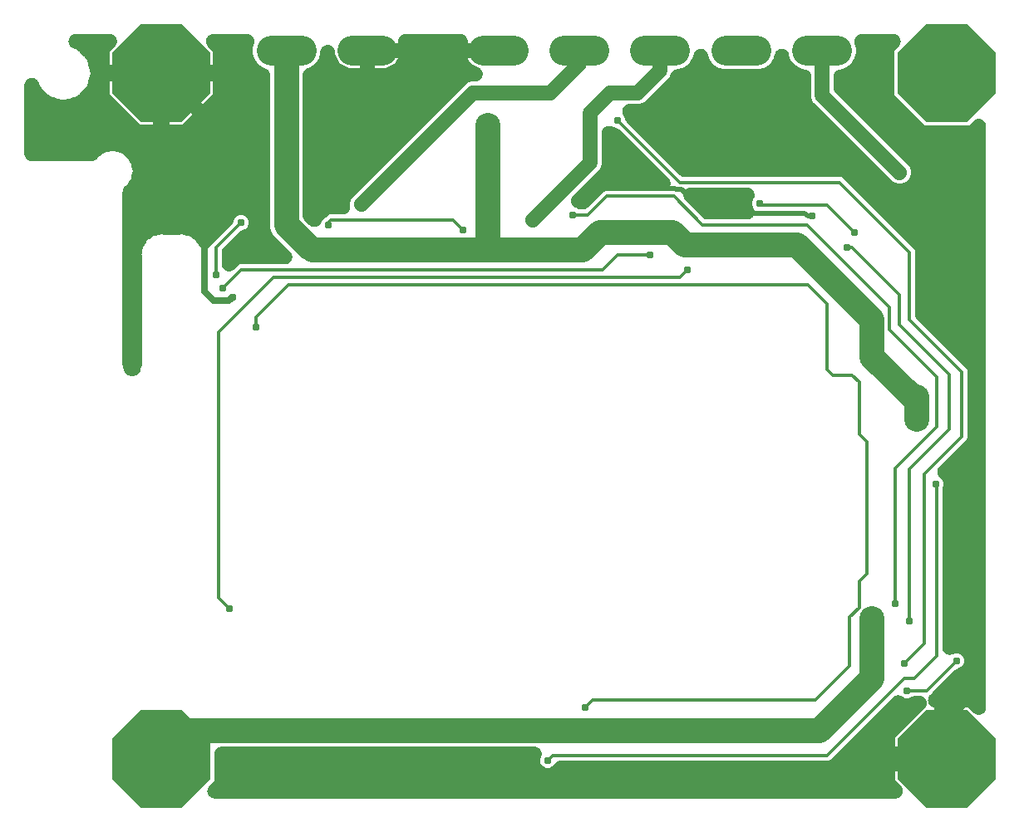
<source format=gbr>
G04 EAGLE Gerber RS-274X export*
G75*
%MOMM*%
%FSLAX34Y34*%
%LPD*%
%INTop Copper*%
%IPPOS*%
%AMOC8*
5,1,8,0,0,1.08239X$1,22.5*%
G01*
%ADD10P,10.823900X8X22.500000*%
%ADD11C,3.048000*%
%ADD12C,2.540000*%
%ADD13C,2.540000*%
%ADD14C,0.787400*%
%ADD15C,0.304800*%
%ADD16C,1.524000*%
%ADD17C,1.524000*%
%ADD18C,0.508000*%
%ADD19C,0.635000*%

G36*
X1122934Y259413D02*
X1122934Y259413D01*
X1123285Y259418D01*
X1123334Y259422D01*
X1123364Y259423D01*
X1123443Y259433D01*
X1123795Y259467D01*
X1124555Y259567D01*
X1124706Y259595D01*
X1124859Y259614D01*
X1125090Y259666D01*
X1125322Y259709D01*
X1125470Y259752D01*
X1125620Y259786D01*
X1125844Y259862D01*
X1126071Y259928D01*
X1126214Y259986D01*
X1126360Y260035D01*
X1126575Y260133D01*
X1126794Y260223D01*
X1126930Y260295D01*
X1127070Y260359D01*
X1127274Y260479D01*
X1127483Y260590D01*
X1127610Y260676D01*
X1127744Y260754D01*
X1127934Y260893D01*
X1128130Y261025D01*
X1128249Y261124D01*
X1128373Y261215D01*
X1128549Y261374D01*
X1128730Y261525D01*
X1128838Y261635D01*
X1128952Y261738D01*
X1129110Y261914D01*
X1129275Y262083D01*
X1129371Y262204D01*
X1129475Y262318D01*
X1129614Y262509D01*
X1129761Y262694D01*
X1129844Y262824D01*
X1129935Y262948D01*
X1130054Y263152D01*
X1130181Y263352D01*
X1130251Y263489D01*
X1130328Y263622D01*
X1130426Y263838D01*
X1130532Y264049D01*
X1130587Y264193D01*
X1130651Y264333D01*
X1130726Y264558D01*
X1130810Y264778D01*
X1130850Y264927D01*
X1130899Y265073D01*
X1130951Y265304D01*
X1131012Y265532D01*
X1131036Y265684D01*
X1131070Y265835D01*
X1131098Y266070D01*
X1131135Y266303D01*
X1131144Y266457D01*
X1131162Y266610D01*
X1131176Y267028D01*
X1131179Y267082D01*
X1131178Y267097D01*
X1131179Y267121D01*
X1131179Y284951D01*
X1144443Y284951D01*
X1149626Y279768D01*
X1149723Y279680D01*
X1149814Y279586D01*
X1150012Y279419D01*
X1150205Y279245D01*
X1150311Y279168D01*
X1150411Y279083D01*
X1150626Y278938D01*
X1150835Y278784D01*
X1150948Y278718D01*
X1151057Y278644D01*
X1151285Y278521D01*
X1151509Y278390D01*
X1151628Y278336D01*
X1151744Y278274D01*
X1151982Y278175D01*
X1152219Y278067D01*
X1152344Y278025D01*
X1152465Y277975D01*
X1152713Y277901D01*
X1152959Y277819D01*
X1153087Y277790D01*
X1153213Y277752D01*
X1153468Y277704D01*
X1153720Y277647D01*
X1153851Y277631D01*
X1153980Y277607D01*
X1154238Y277585D01*
X1154495Y277554D01*
X1154627Y277552D01*
X1154757Y277541D01*
X1155016Y277545D01*
X1155276Y277541D01*
X1155406Y277552D01*
X1155538Y277555D01*
X1155795Y277586D01*
X1156053Y277608D01*
X1156182Y277632D01*
X1156312Y277648D01*
X1156565Y277705D01*
X1156820Y277754D01*
X1156946Y277791D01*
X1157074Y277820D01*
X1157319Y277903D01*
X1157568Y277977D01*
X1157689Y278028D01*
X1157813Y278070D01*
X1158049Y278177D01*
X1158289Y278276D01*
X1158404Y278339D01*
X1158523Y278393D01*
X1158747Y278524D01*
X1158975Y278648D01*
X1159084Y278722D01*
X1159197Y278788D01*
X1159406Y278941D01*
X1159620Y279087D01*
X1159721Y279172D01*
X1159826Y279249D01*
X1160018Y279423D01*
X1160217Y279590D01*
X1160308Y279685D01*
X1160405Y279773D01*
X1160579Y279965D01*
X1160759Y280152D01*
X1160840Y280255D01*
X1160928Y280352D01*
X1161081Y280562D01*
X1161241Y280766D01*
X1161311Y280877D01*
X1161388Y280983D01*
X1161519Y281207D01*
X1161657Y281426D01*
X1161715Y281543D01*
X1161782Y281657D01*
X1161889Y281893D01*
X1162004Y282125D01*
X1162050Y282248D01*
X1162104Y282368D01*
X1162186Y282614D01*
X1162277Y282856D01*
X1162310Y282983D01*
X1162352Y283108D01*
X1162409Y283361D01*
X1162474Y283611D01*
X1162494Y283741D01*
X1162523Y283869D01*
X1162554Y284127D01*
X1162593Y284383D01*
X1162600Y284514D01*
X1162615Y284644D01*
X1162632Y285156D01*
X1162634Y877640D01*
X1162627Y877771D01*
X1162630Y877902D01*
X1162607Y878160D01*
X1162594Y878419D01*
X1162574Y878549D01*
X1162563Y878680D01*
X1162514Y878934D01*
X1162475Y879190D01*
X1162441Y879317D01*
X1162417Y879446D01*
X1162342Y879695D01*
X1162277Y879945D01*
X1162231Y880068D01*
X1162193Y880194D01*
X1162094Y880434D01*
X1162003Y880676D01*
X1161944Y880794D01*
X1161894Y880915D01*
X1161771Y881142D01*
X1161656Y881375D01*
X1161585Y881486D01*
X1161523Y881602D01*
X1161377Y881815D01*
X1161239Y882035D01*
X1161157Y882138D01*
X1161084Y882247D01*
X1160917Y882445D01*
X1160756Y882649D01*
X1160665Y882743D01*
X1160580Y882843D01*
X1160394Y883023D01*
X1160214Y883210D01*
X1160113Y883294D01*
X1160019Y883385D01*
X1159815Y883545D01*
X1159617Y883712D01*
X1159508Y883786D01*
X1159405Y883867D01*
X1159186Y884005D01*
X1158971Y884151D01*
X1158856Y884213D01*
X1158745Y884284D01*
X1158512Y884399D01*
X1158284Y884522D01*
X1158163Y884572D01*
X1158046Y884630D01*
X1157802Y884721D01*
X1157563Y884820D01*
X1157437Y884858D01*
X1157314Y884904D01*
X1157064Y884969D01*
X1156815Y885043D01*
X1156686Y885068D01*
X1156559Y885101D01*
X1156303Y885140D01*
X1156048Y885189D01*
X1155918Y885200D01*
X1155788Y885220D01*
X1155529Y885233D01*
X1155271Y885255D01*
X1155140Y885252D01*
X1155008Y885259D01*
X1154749Y885245D01*
X1154490Y885241D01*
X1154360Y885225D01*
X1154229Y885218D01*
X1153973Y885178D01*
X1153716Y885147D01*
X1153588Y885118D01*
X1153458Y885098D01*
X1153207Y885032D01*
X1152954Y884975D01*
X1152830Y884933D01*
X1152703Y884900D01*
X1152461Y884809D01*
X1152215Y884726D01*
X1152095Y884671D01*
X1151972Y884625D01*
X1151740Y884510D01*
X1151505Y884402D01*
X1151391Y884336D01*
X1151274Y884277D01*
X1151054Y884138D01*
X1150831Y884008D01*
X1150726Y883930D01*
X1150614Y883860D01*
X1150411Y883699D01*
X1150202Y883546D01*
X1150104Y883458D01*
X1150001Y883377D01*
X1149627Y883027D01*
X1144969Y878369D01*
X1100391Y878369D01*
X1068869Y909891D01*
X1068869Y954469D01*
X1073311Y958910D01*
X1073398Y959008D01*
X1073493Y959099D01*
X1073660Y959298D01*
X1073833Y959490D01*
X1073911Y959596D01*
X1073995Y959696D01*
X1074141Y959911D01*
X1074294Y960120D01*
X1074361Y960233D01*
X1074434Y960342D01*
X1074557Y960570D01*
X1074688Y960793D01*
X1074743Y960913D01*
X1074805Y961028D01*
X1074904Y961268D01*
X1075011Y961504D01*
X1075053Y961628D01*
X1075103Y961750D01*
X1075178Y961999D01*
X1075260Y962244D01*
X1075289Y962371D01*
X1075326Y962498D01*
X1075375Y962752D01*
X1075432Y963005D01*
X1075447Y963135D01*
X1075472Y963264D01*
X1075494Y963522D01*
X1075525Y963780D01*
X1075527Y963911D01*
X1075538Y964042D01*
X1075533Y964301D01*
X1075538Y964560D01*
X1075526Y964691D01*
X1075524Y964822D01*
X1075493Y965080D01*
X1075471Y965338D01*
X1075446Y965467D01*
X1075431Y965597D01*
X1075373Y965850D01*
X1075325Y966105D01*
X1075287Y966230D01*
X1075258Y966358D01*
X1075176Y966604D01*
X1075101Y966852D01*
X1075051Y966974D01*
X1075009Y967098D01*
X1074902Y967334D01*
X1074802Y967573D01*
X1074740Y967689D01*
X1074685Y967808D01*
X1074554Y968032D01*
X1074431Y968260D01*
X1074357Y968368D01*
X1074291Y968482D01*
X1074138Y968691D01*
X1073992Y968905D01*
X1073907Y969005D01*
X1073829Y969111D01*
X1073656Y969303D01*
X1073489Y969502D01*
X1073394Y969593D01*
X1073306Y969690D01*
X1073113Y969864D01*
X1072927Y970044D01*
X1072824Y970125D01*
X1072726Y970213D01*
X1072517Y970365D01*
X1072313Y970525D01*
X1072202Y970595D01*
X1072096Y970673D01*
X1071872Y970804D01*
X1071653Y970942D01*
X1071535Y971000D01*
X1071422Y971066D01*
X1071186Y971173D01*
X1070954Y971289D01*
X1070831Y971334D01*
X1070711Y971389D01*
X1070465Y971471D01*
X1070223Y971562D01*
X1070096Y971595D01*
X1069971Y971637D01*
X1069718Y971694D01*
X1069467Y971759D01*
X1069338Y971779D01*
X1069210Y971808D01*
X1068952Y971838D01*
X1068696Y971878D01*
X1068565Y971885D01*
X1068435Y971900D01*
X1067923Y971917D01*
X1036193Y971917D01*
X1036104Y971913D01*
X1036016Y971915D01*
X1035715Y971893D01*
X1035413Y971877D01*
X1035326Y971864D01*
X1035237Y971857D01*
X1034941Y971804D01*
X1034642Y971758D01*
X1034556Y971735D01*
X1034469Y971720D01*
X1034179Y971637D01*
X1033887Y971560D01*
X1033804Y971529D01*
X1033719Y971504D01*
X1033439Y971392D01*
X1033156Y971286D01*
X1033077Y971247D01*
X1032995Y971214D01*
X1032727Y971073D01*
X1032457Y970939D01*
X1032382Y970892D01*
X1032304Y970850D01*
X1032052Y970683D01*
X1031797Y970522D01*
X1031728Y970467D01*
X1031654Y970418D01*
X1031421Y970226D01*
X1031184Y970039D01*
X1031120Y969978D01*
X1031052Y969922D01*
X1030840Y969707D01*
X1030623Y969497D01*
X1030566Y969429D01*
X1030503Y969366D01*
X1030315Y969131D01*
X1030120Y968900D01*
X1030070Y968826D01*
X1030015Y968758D01*
X1029851Y968505D01*
X1029681Y968255D01*
X1029639Y968177D01*
X1029591Y968102D01*
X1029454Y967833D01*
X1029311Y967568D01*
X1029277Y967486D01*
X1029236Y967407D01*
X1029128Y967126D01*
X1029012Y966846D01*
X1028987Y966761D01*
X1028955Y966679D01*
X1028876Y966389D01*
X1028789Y966099D01*
X1028773Y966011D01*
X1028749Y965926D01*
X1028700Y965629D01*
X1028644Y965332D01*
X1028636Y965243D01*
X1028622Y965156D01*
X1028603Y964855D01*
X1028578Y964554D01*
X1028579Y964466D01*
X1028574Y964377D01*
X1028586Y964075D01*
X1028591Y963774D01*
X1028602Y963686D01*
X1028606Y963597D01*
X1028649Y963298D01*
X1028685Y962999D01*
X1028704Y962913D01*
X1028717Y962825D01*
X1028833Y962326D01*
X1030151Y957408D01*
X1030151Y952392D01*
X1028852Y947547D01*
X1026344Y943203D01*
X1022797Y939656D01*
X1018453Y937148D01*
X1012938Y935670D01*
X1012894Y935656D01*
X1012850Y935645D01*
X1012523Y935535D01*
X1012195Y935429D01*
X1012153Y935411D01*
X1012110Y935396D01*
X1011796Y935253D01*
X1011481Y935114D01*
X1011442Y935092D01*
X1011400Y935073D01*
X1011102Y934898D01*
X1010803Y934728D01*
X1010766Y934701D01*
X1010726Y934678D01*
X1010448Y934474D01*
X1010168Y934274D01*
X1010134Y934244D01*
X1010097Y934217D01*
X1009842Y933986D01*
X1009583Y933758D01*
X1009552Y933724D01*
X1009518Y933693D01*
X1009288Y933438D01*
X1009054Y933184D01*
X1009026Y933147D01*
X1008995Y933113D01*
X1008792Y932835D01*
X1008586Y932560D01*
X1008562Y932520D01*
X1008535Y932483D01*
X1008361Y932185D01*
X1008184Y931890D01*
X1008165Y931849D01*
X1008142Y931809D01*
X1007999Y931494D01*
X1007853Y931183D01*
X1007838Y931140D01*
X1007819Y931098D01*
X1007710Y930772D01*
X1007596Y930446D01*
X1007586Y930402D01*
X1007571Y930358D01*
X1007495Y930020D01*
X1007416Y929687D01*
X1007410Y929642D01*
X1007400Y929597D01*
X1007360Y929255D01*
X1007315Y928913D01*
X1007313Y928867D01*
X1007308Y928822D01*
X1007291Y928310D01*
X1007291Y917031D01*
X1007291Y917028D01*
X1007291Y917024D01*
X1007312Y916615D01*
X1007331Y916251D01*
X1007331Y916248D01*
X1007331Y916245D01*
X1007391Y915860D01*
X1007450Y915480D01*
X1007451Y915477D01*
X1007452Y915474D01*
X1007550Y915099D01*
X1007648Y914725D01*
X1007649Y914722D01*
X1007650Y914719D01*
X1007794Y914337D01*
X1007922Y913994D01*
X1007923Y913991D01*
X1007924Y913988D01*
X1008106Y913623D01*
X1008269Y913295D01*
X1008271Y913293D01*
X1008272Y913290D01*
X1008488Y912949D01*
X1008686Y912636D01*
X1008688Y912633D01*
X1008690Y912630D01*
X1008942Y912310D01*
X1009169Y912022D01*
X1009171Y912020D01*
X1009173Y912017D01*
X1009522Y911643D01*
X1084110Y837055D01*
X1085851Y832854D01*
X1085851Y828306D01*
X1084110Y824105D01*
X1080895Y820890D01*
X1076694Y819149D01*
X1072146Y819149D01*
X1067945Y820890D01*
X986170Y902665D01*
X984429Y906866D01*
X984429Y928310D01*
X984427Y928356D01*
X984429Y928402D01*
X984407Y928745D01*
X984389Y929090D01*
X984382Y929135D01*
X984379Y929181D01*
X984323Y929519D01*
X984270Y929861D01*
X984258Y929905D01*
X984251Y929950D01*
X984160Y930282D01*
X984072Y930616D01*
X984056Y930659D01*
X984044Y930703D01*
X983919Y931023D01*
X983798Y931347D01*
X983778Y931388D01*
X983761Y931430D01*
X983604Y931737D01*
X983451Y932046D01*
X983426Y932084D01*
X983405Y932125D01*
X983218Y932414D01*
X983034Y932705D01*
X983005Y932741D01*
X982980Y932780D01*
X982764Y933049D01*
X982551Y933319D01*
X982520Y933352D01*
X982491Y933388D01*
X982248Y933633D01*
X982009Y933880D01*
X981974Y933910D01*
X981942Y933942D01*
X981675Y934161D01*
X981412Y934383D01*
X981374Y934408D01*
X981338Y934438D01*
X981052Y934627D01*
X980767Y934822D01*
X980726Y934843D01*
X980688Y934869D01*
X980383Y935028D01*
X980080Y935192D01*
X980037Y935210D01*
X979997Y935231D01*
X979677Y935359D01*
X979358Y935491D01*
X979314Y935504D01*
X979272Y935521D01*
X978782Y935670D01*
X973267Y937148D01*
X968923Y939656D01*
X965376Y943203D01*
X962868Y947547D01*
X961945Y950991D01*
X961838Y951321D01*
X961734Y951654D01*
X961717Y951693D01*
X961704Y951734D01*
X961564Y952052D01*
X961427Y952371D01*
X961407Y952408D01*
X961389Y952448D01*
X961217Y952750D01*
X961048Y953054D01*
X961024Y953089D01*
X961003Y953126D01*
X960801Y953408D01*
X960602Y953694D01*
X960574Y953726D01*
X960549Y953761D01*
X960320Y954020D01*
X960092Y954285D01*
X960061Y954314D01*
X960033Y954346D01*
X959778Y954581D01*
X959524Y954820D01*
X959491Y954846D01*
X959459Y954875D01*
X959181Y955084D01*
X958905Y955295D01*
X958869Y955318D01*
X958834Y955343D01*
X958536Y955522D01*
X958240Y955704D01*
X958202Y955723D01*
X958165Y955745D01*
X957850Y955893D01*
X957537Y956043D01*
X957497Y956058D01*
X957458Y956076D01*
X957129Y956190D01*
X956803Y956308D01*
X956762Y956319D01*
X956721Y956333D01*
X956383Y956413D01*
X956046Y956497D01*
X956003Y956503D01*
X955962Y956513D01*
X955618Y956558D01*
X955273Y956607D01*
X955230Y956609D01*
X955188Y956614D01*
X954841Y956624D01*
X954493Y956638D01*
X954451Y956635D01*
X954408Y956636D01*
X954061Y956610D01*
X953714Y956588D01*
X953672Y956581D01*
X953630Y956578D01*
X953287Y956517D01*
X952945Y956460D01*
X952903Y956448D01*
X952861Y956441D01*
X952527Y956345D01*
X952192Y956253D01*
X952152Y956237D01*
X952111Y956226D01*
X951789Y956096D01*
X951465Y955970D01*
X951426Y955951D01*
X951387Y955935D01*
X951080Y955773D01*
X950770Y955614D01*
X950734Y955591D01*
X950696Y955571D01*
X950406Y955379D01*
X950115Y955189D01*
X950082Y955163D01*
X950046Y955139D01*
X949778Y954918D01*
X949507Y954700D01*
X949477Y954670D01*
X949444Y954643D01*
X949201Y954396D01*
X948953Y954151D01*
X948926Y954117D01*
X948896Y954087D01*
X948678Y953816D01*
X948457Y953547D01*
X948434Y953512D01*
X948407Y953479D01*
X948219Y953187D01*
X948026Y952897D01*
X948007Y952859D01*
X947983Y952823D01*
X947825Y952512D01*
X947664Y952206D01*
X947648Y952166D01*
X947629Y952128D01*
X947503Y951803D01*
X947374Y951481D01*
X947359Y951430D01*
X947347Y951400D01*
X947326Y951320D01*
X947225Y950991D01*
X946302Y947547D01*
X943794Y943203D01*
X940247Y939656D01*
X935903Y937148D01*
X931058Y935849D01*
X895562Y935849D01*
X890717Y937148D01*
X886373Y939656D01*
X882826Y943203D01*
X880318Y947547D01*
X879395Y950991D01*
X879288Y951321D01*
X879184Y951654D01*
X879167Y951693D01*
X879154Y951734D01*
X879014Y952052D01*
X878877Y952371D01*
X878857Y952408D01*
X878839Y952448D01*
X878667Y952750D01*
X878498Y953054D01*
X878474Y953089D01*
X878453Y953126D01*
X878251Y953408D01*
X878052Y953694D01*
X878024Y953726D01*
X877999Y953761D01*
X877770Y954020D01*
X877542Y954285D01*
X877511Y954314D01*
X877483Y954346D01*
X877228Y954581D01*
X876974Y954820D01*
X876941Y954846D01*
X876909Y954875D01*
X876631Y955084D01*
X876355Y955295D01*
X876319Y955318D01*
X876284Y955343D01*
X875986Y955522D01*
X875690Y955704D01*
X875652Y955723D01*
X875615Y955745D01*
X875300Y955893D01*
X874987Y956043D01*
X874947Y956058D01*
X874908Y956076D01*
X874579Y956190D01*
X874253Y956308D01*
X874212Y956319D01*
X874171Y956333D01*
X873833Y956413D01*
X873496Y956497D01*
X873453Y956503D01*
X873412Y956513D01*
X873068Y956558D01*
X872723Y956607D01*
X872680Y956609D01*
X872638Y956614D01*
X872291Y956624D01*
X871943Y956638D01*
X871901Y956635D01*
X871858Y956636D01*
X871511Y956610D01*
X871164Y956588D01*
X871122Y956581D01*
X871080Y956578D01*
X870737Y956517D01*
X870395Y956460D01*
X870353Y956448D01*
X870311Y956441D01*
X869977Y956345D01*
X869642Y956253D01*
X869602Y956237D01*
X869561Y956226D01*
X869239Y956096D01*
X868915Y955970D01*
X868876Y955951D01*
X868837Y955935D01*
X868530Y955773D01*
X868220Y955614D01*
X868184Y955591D01*
X868146Y955571D01*
X867856Y955379D01*
X867565Y955189D01*
X867532Y955163D01*
X867496Y955139D01*
X867228Y954918D01*
X866957Y954700D01*
X866927Y954670D01*
X866894Y954643D01*
X866651Y954396D01*
X866403Y954151D01*
X866376Y954117D01*
X866346Y954087D01*
X866128Y953816D01*
X865907Y953547D01*
X865884Y953512D01*
X865857Y953479D01*
X865669Y953187D01*
X865476Y952897D01*
X865457Y952859D01*
X865433Y952823D01*
X865275Y952512D01*
X865114Y952206D01*
X865098Y952166D01*
X865079Y952128D01*
X864953Y951803D01*
X864824Y951481D01*
X864809Y951430D01*
X864797Y951400D01*
X864776Y951320D01*
X864675Y950991D01*
X863752Y947547D01*
X861244Y943203D01*
X857697Y939656D01*
X853353Y937148D01*
X848482Y935842D01*
X848289Y935832D01*
X847962Y935821D01*
X847900Y935812D01*
X847837Y935809D01*
X847513Y935759D01*
X847188Y935714D01*
X847128Y935699D01*
X847066Y935690D01*
X846748Y935607D01*
X846430Y935529D01*
X846372Y935508D01*
X846311Y935492D01*
X846004Y935377D01*
X845695Y935267D01*
X845639Y935240D01*
X845580Y935218D01*
X845287Y935072D01*
X844991Y934931D01*
X844937Y934898D01*
X844881Y934871D01*
X844604Y934696D01*
X844324Y934525D01*
X844274Y934487D01*
X844222Y934454D01*
X843964Y934251D01*
X843703Y934053D01*
X843657Y934010D01*
X843608Y933971D01*
X843372Y933743D01*
X843133Y933519D01*
X843092Y933473D01*
X843047Y933429D01*
X842835Y933177D01*
X842620Y932931D01*
X842584Y932880D01*
X842544Y932832D01*
X842359Y932560D01*
X842171Y932293D01*
X842140Y932238D01*
X842105Y932187D01*
X841949Y931897D01*
X841789Y931612D01*
X841757Y931541D01*
X841735Y931500D01*
X841699Y931413D01*
X841577Y931146D01*
X840451Y928425D01*
X836164Y924138D01*
X836163Y924138D01*
X818482Y906457D01*
X818482Y906456D01*
X818478Y906453D01*
X818478Y906452D01*
X818477Y906452D01*
X814195Y902170D01*
X809994Y900429D01*
X799522Y900429D01*
X799391Y900423D01*
X799260Y900425D01*
X799002Y900403D01*
X798743Y900389D01*
X798613Y900369D01*
X798482Y900358D01*
X798228Y900310D01*
X797971Y900270D01*
X797844Y900236D01*
X797715Y900212D01*
X797467Y900138D01*
X797216Y900072D01*
X797093Y900026D01*
X796968Y899988D01*
X796729Y899889D01*
X796486Y899798D01*
X796368Y899740D01*
X796247Y899689D01*
X796018Y899566D01*
X795787Y899451D01*
X795676Y899381D01*
X795560Y899318D01*
X795346Y899172D01*
X795127Y899034D01*
X795024Y898953D01*
X794915Y898879D01*
X794717Y898712D01*
X794513Y898551D01*
X794419Y898460D01*
X794318Y898375D01*
X794139Y898189D01*
X793952Y898009D01*
X793867Y897908D01*
X793776Y897814D01*
X793617Y897610D01*
X793450Y897412D01*
X793376Y897303D01*
X793295Y897200D01*
X793156Y896981D01*
X793011Y896767D01*
X792948Y896651D01*
X792878Y896540D01*
X792763Y896308D01*
X792640Y896080D01*
X792590Y895958D01*
X792532Y895841D01*
X792441Y895598D01*
X792342Y895358D01*
X792304Y895232D01*
X792258Y895109D01*
X792193Y894859D01*
X792119Y894611D01*
X792094Y894481D01*
X792061Y894354D01*
X792022Y894099D01*
X791973Y893844D01*
X791962Y893713D01*
X791942Y893583D01*
X791929Y893324D01*
X791907Y893066D01*
X791910Y892935D01*
X791903Y892803D01*
X791916Y892545D01*
X791921Y892286D01*
X791937Y892155D01*
X791944Y892024D01*
X791983Y891768D01*
X792015Y891511D01*
X792043Y891383D01*
X792064Y891253D01*
X792130Y891002D01*
X792187Y890750D01*
X792229Y890625D01*
X792262Y890498D01*
X792353Y890256D01*
X792436Y890010D01*
X792491Y889890D01*
X792537Y889767D01*
X792652Y889536D01*
X792760Y889300D01*
X792826Y889186D01*
X792885Y889069D01*
X793023Y888850D01*
X793154Y888626D01*
X793232Y888520D01*
X793302Y888409D01*
X793463Y888206D01*
X793553Y888083D01*
X794932Y884753D01*
X794962Y884690D01*
X794986Y884626D01*
X795129Y884338D01*
X795267Y884048D01*
X795303Y883989D01*
X795334Y883927D01*
X795506Y883655D01*
X795673Y883381D01*
X795715Y883326D01*
X795751Y883268D01*
X795950Y883015D01*
X796145Y882759D01*
X796191Y882709D01*
X796234Y882655D01*
X796584Y882281D01*
X850878Y827986D01*
X850880Y827984D01*
X850883Y827982D01*
X851171Y827722D01*
X851458Y827463D01*
X851460Y827462D01*
X851462Y827459D01*
X851768Y827236D01*
X852087Y827003D01*
X852090Y827001D01*
X852093Y826999D01*
X852420Y826808D01*
X852761Y826609D01*
X852764Y826607D01*
X852767Y826606D01*
X853117Y826447D01*
X853472Y826286D01*
X853475Y826285D01*
X853477Y826283D01*
X853835Y826163D01*
X854211Y826037D01*
X854215Y826036D01*
X854218Y826035D01*
X854579Y825954D01*
X854973Y825865D01*
X854976Y825865D01*
X854979Y825864D01*
X855345Y825821D01*
X855748Y825772D01*
X855751Y825772D01*
X855754Y825772D01*
X856266Y825755D01*
X1014521Y825755D01*
X1016482Y824943D01*
X1019054Y822371D01*
X1019054Y822370D01*
X1089103Y752322D01*
X1089915Y750361D01*
X1089915Y686086D01*
X1089915Y686083D01*
X1089915Y686079D01*
X1089935Y685694D01*
X1089955Y685306D01*
X1089955Y685303D01*
X1089955Y685300D01*
X1090013Y684933D01*
X1090074Y684535D01*
X1090075Y684532D01*
X1090076Y684529D01*
X1090172Y684162D01*
X1090272Y683780D01*
X1090273Y683777D01*
X1090274Y683774D01*
X1090418Y683391D01*
X1090546Y683049D01*
X1090547Y683046D01*
X1090548Y683043D01*
X1090729Y682681D01*
X1090893Y682350D01*
X1090895Y682348D01*
X1090896Y682345D01*
X1091106Y682013D01*
X1091310Y681691D01*
X1091312Y681688D01*
X1091314Y681685D01*
X1091555Y681380D01*
X1091793Y681077D01*
X1091795Y681075D01*
X1091797Y681072D01*
X1092146Y680698D01*
X1142443Y630402D01*
X1143255Y628441D01*
X1143255Y560279D01*
X1142443Y558318D01*
X1115093Y530969D01*
X1114918Y530774D01*
X1114735Y530585D01*
X1114656Y530484D01*
X1114570Y530389D01*
X1114416Y530178D01*
X1114254Y529971D01*
X1114185Y529863D01*
X1114110Y529760D01*
X1113977Y529533D01*
X1113837Y529311D01*
X1113780Y529196D01*
X1113716Y529086D01*
X1113607Y528847D01*
X1113490Y528612D01*
X1113446Y528492D01*
X1113393Y528375D01*
X1113309Y528126D01*
X1113217Y527881D01*
X1113185Y527757D01*
X1113144Y527636D01*
X1113086Y527379D01*
X1113020Y527126D01*
X1113000Y526999D01*
X1112972Y526874D01*
X1112941Y526614D01*
X1112901Y526354D01*
X1112895Y526226D01*
X1112879Y526099D01*
X1112875Y525837D01*
X1112862Y525575D01*
X1112868Y525447D01*
X1112866Y525319D01*
X1112889Y525058D01*
X1112902Y524795D01*
X1112922Y524669D01*
X1112933Y524541D01*
X1112982Y524283D01*
X1113022Y524024D01*
X1113055Y523901D01*
X1113079Y523775D01*
X1113154Y523523D01*
X1113221Y523269D01*
X1113266Y523150D01*
X1113303Y523027D01*
X1113403Y522785D01*
X1113495Y522539D01*
X1113553Y522424D01*
X1113602Y522306D01*
X1113727Y522075D01*
X1113843Y521840D01*
X1113912Y521732D01*
X1113973Y521619D01*
X1114121Y521402D01*
X1114261Y521181D01*
X1114340Y521080D01*
X1114412Y520974D01*
X1114581Y520774D01*
X1114744Y520568D01*
X1114861Y520442D01*
X1114915Y520378D01*
X1114976Y520319D01*
X1115093Y520194D01*
X1117818Y517469D01*
X1118998Y514621D01*
X1118998Y511539D01*
X1118435Y510180D01*
X1118412Y510115D01*
X1118383Y510052D01*
X1118281Y509748D01*
X1118173Y509444D01*
X1118157Y509377D01*
X1118135Y509312D01*
X1118065Y508999D01*
X1117989Y508686D01*
X1117979Y508618D01*
X1117964Y508551D01*
X1117926Y508232D01*
X1117882Y507913D01*
X1117880Y507844D01*
X1117872Y507776D01*
X1117855Y507264D01*
X1117855Y346322D01*
X1117865Y346125D01*
X1117865Y345929D01*
X1117885Y345736D01*
X1117895Y345543D01*
X1117925Y345348D01*
X1117945Y345152D01*
X1117985Y344963D01*
X1118014Y344771D01*
X1118064Y344581D01*
X1118104Y344388D01*
X1118163Y344204D01*
X1118212Y344016D01*
X1118281Y343832D01*
X1118341Y343644D01*
X1118418Y343467D01*
X1118486Y343285D01*
X1118574Y343109D01*
X1118652Y342929D01*
X1118747Y342760D01*
X1118833Y342587D01*
X1118938Y342420D01*
X1119035Y342249D01*
X1119147Y342090D01*
X1119250Y341927D01*
X1119372Y341772D01*
X1119485Y341611D01*
X1119613Y341465D01*
X1119733Y341313D01*
X1119870Y341171D01*
X1119999Y341023D01*
X1120140Y340892D01*
X1120275Y340752D01*
X1120426Y340625D01*
X1120570Y340491D01*
X1120724Y340374D01*
X1120872Y340249D01*
X1121035Y340139D01*
X1121192Y340020D01*
X1121357Y339920D01*
X1121517Y339811D01*
X1121691Y339717D01*
X1121859Y339615D01*
X1122034Y339532D01*
X1122204Y339440D01*
X1122387Y339365D01*
X1122564Y339280D01*
X1122746Y339216D01*
X1122926Y339142D01*
X1123114Y339085D01*
X1123300Y339020D01*
X1123488Y338974D01*
X1123673Y338919D01*
X1123867Y338882D01*
X1124058Y338835D01*
X1124250Y338809D01*
X1124440Y338773D01*
X1124636Y338757D01*
X1124831Y338730D01*
X1125025Y338723D01*
X1125218Y338707D01*
X1125415Y338711D01*
X1125612Y338704D01*
X1125805Y338717D01*
X1125998Y338721D01*
X1126194Y338744D01*
X1126390Y338758D01*
X1126581Y338791D01*
X1126773Y338814D01*
X1126965Y338858D01*
X1127159Y338891D01*
X1127345Y338944D01*
X1127534Y338987D01*
X1127721Y339050D01*
X1127910Y339103D01*
X1128186Y339206D01*
X1128274Y339236D01*
X1128316Y339255D01*
X1128390Y339283D01*
X1131299Y340488D01*
X1134381Y340488D01*
X1137229Y339308D01*
X1139408Y337129D01*
X1140588Y334281D01*
X1140588Y331199D01*
X1139408Y328351D01*
X1137229Y326172D01*
X1133573Y324658D01*
X1133487Y324635D01*
X1133484Y324634D01*
X1133481Y324633D01*
X1133114Y324495D01*
X1132756Y324361D01*
X1132753Y324360D01*
X1132750Y324359D01*
X1132395Y324182D01*
X1132057Y324014D01*
X1132055Y324012D01*
X1132052Y324011D01*
X1131720Y323801D01*
X1131398Y323597D01*
X1131395Y323595D01*
X1131392Y323593D01*
X1131087Y323352D01*
X1130784Y323114D01*
X1130782Y323112D01*
X1130779Y323110D01*
X1130405Y322761D01*
X1107954Y300310D01*
X1105602Y297958D01*
X1105514Y297860D01*
X1105420Y297769D01*
X1105253Y297570D01*
X1105079Y297378D01*
X1105002Y297272D01*
X1104917Y297172D01*
X1104771Y296957D01*
X1104618Y296748D01*
X1104552Y296635D01*
X1104478Y296526D01*
X1104355Y296298D01*
X1104224Y296075D01*
X1104170Y295955D01*
X1104108Y295840D01*
X1104008Y295600D01*
X1103901Y295364D01*
X1103859Y295240D01*
X1103809Y295118D01*
X1103735Y294870D01*
X1103653Y294624D01*
X1103624Y294497D01*
X1103586Y294370D01*
X1103538Y294115D01*
X1103481Y293863D01*
X1103465Y293733D01*
X1103441Y293604D01*
X1103419Y293345D01*
X1103388Y293088D01*
X1103386Y292957D01*
X1103375Y292826D01*
X1103379Y292567D01*
X1103375Y292308D01*
X1103386Y292177D01*
X1103388Y292046D01*
X1103419Y291789D01*
X1103442Y291530D01*
X1103466Y291401D01*
X1103482Y291271D01*
X1103539Y291018D01*
X1103588Y290763D01*
X1103625Y290638D01*
X1103654Y290510D01*
X1103737Y290264D01*
X1103811Y290016D01*
X1103862Y289894D01*
X1103904Y289770D01*
X1104011Y289534D01*
X1104110Y289295D01*
X1104173Y289180D01*
X1104227Y289060D01*
X1104359Y288835D01*
X1104481Y288608D01*
X1104555Y288500D01*
X1104622Y288386D01*
X1104775Y288177D01*
X1104921Y287963D01*
X1105005Y287863D01*
X1105083Y287757D01*
X1105257Y287564D01*
X1105424Y287366D01*
X1105518Y287275D01*
X1105607Y287178D01*
X1105799Y287005D01*
X1105986Y286824D01*
X1106089Y286743D01*
X1106186Y286655D01*
X1106395Y286503D01*
X1106600Y286343D01*
X1106711Y286272D01*
X1106817Y286195D01*
X1107040Y286065D01*
X1107260Y285926D01*
X1107377Y285868D01*
X1107491Y285802D01*
X1107727Y285695D01*
X1107959Y285579D01*
X1108082Y285533D01*
X1108201Y285479D01*
X1108447Y285397D01*
X1108690Y285306D01*
X1108817Y285273D01*
X1108941Y285231D01*
X1109194Y285174D01*
X1109445Y285109D01*
X1109575Y285089D01*
X1109703Y285060D01*
X1109960Y285030D01*
X1110216Y284990D01*
X1110348Y284983D01*
X1110478Y284968D01*
X1110990Y284951D01*
X1114181Y284951D01*
X1114181Y267153D01*
X1114189Y266999D01*
X1114187Y266845D01*
X1114209Y266609D01*
X1114221Y266374D01*
X1114244Y266221D01*
X1114258Y266068D01*
X1114304Y265836D01*
X1114340Y265602D01*
X1114379Y265453D01*
X1114409Y265302D01*
X1114478Y265076D01*
X1114538Y264847D01*
X1114592Y264703D01*
X1114637Y264556D01*
X1114729Y264338D01*
X1114812Y264117D01*
X1114881Y263978D01*
X1114940Y263836D01*
X1115054Y263629D01*
X1115159Y263418D01*
X1115242Y263287D01*
X1115316Y263152D01*
X1115450Y262958D01*
X1115576Y262758D01*
X1115672Y262637D01*
X1115759Y262510D01*
X1115912Y262330D01*
X1116058Y262144D01*
X1116166Y262033D01*
X1116266Y261916D01*
X1116436Y261753D01*
X1116601Y261583D01*
X1116719Y261484D01*
X1116831Y261377D01*
X1117017Y261233D01*
X1117198Y261081D01*
X1117326Y260994D01*
X1117447Y260899D01*
X1117648Y260775D01*
X1117843Y260642D01*
X1117979Y260568D01*
X1118110Y260487D01*
X1118322Y260383D01*
X1118530Y260271D01*
X1118673Y260212D01*
X1118811Y260144D01*
X1119033Y260063D01*
X1119252Y259973D01*
X1119399Y259929D01*
X1119544Y259875D01*
X1119773Y259817D01*
X1119999Y259750D01*
X1120151Y259721D01*
X1120300Y259683D01*
X1120713Y259614D01*
X1120766Y259604D01*
X1120782Y259603D01*
X1120805Y259599D01*
X1121805Y259467D01*
X1122155Y259439D01*
X1122505Y259408D01*
X1122544Y259408D01*
X1122583Y259405D01*
X1122934Y259413D01*
G37*
G36*
X292932Y622885D02*
X292932Y622885D01*
X293145Y622884D01*
X293322Y622901D01*
X293499Y622908D01*
X293710Y622939D01*
X293922Y622960D01*
X294096Y622995D01*
X294271Y623020D01*
X294606Y623098D01*
X294687Y623114D01*
X294718Y623124D01*
X294770Y623136D01*
X295564Y623348D01*
X295732Y623403D01*
X295904Y623448D01*
X296104Y623523D01*
X296306Y623589D01*
X296468Y623660D01*
X296634Y623723D01*
X296826Y623818D01*
X297021Y623904D01*
X297174Y623991D01*
X297333Y624070D01*
X297513Y624185D01*
X297699Y624290D01*
X297843Y624393D01*
X297992Y624488D01*
X298160Y624620D01*
X298334Y624744D01*
X298466Y624861D01*
X298605Y624971D01*
X298857Y625206D01*
X298919Y625261D01*
X298941Y625284D01*
X298979Y625320D01*
X299561Y625902D01*
X299679Y626033D01*
X299805Y626158D01*
X299940Y626323D01*
X300083Y626481D01*
X300188Y626624D01*
X300300Y626761D01*
X300418Y626939D01*
X300544Y627111D01*
X300634Y627264D01*
X300732Y627411D01*
X300831Y627600D01*
X300938Y627785D01*
X301012Y627946D01*
X301094Y628103D01*
X301173Y628300D01*
X301261Y628495D01*
X301318Y628663D01*
X301383Y628827D01*
X301483Y629156D01*
X301510Y629235D01*
X301517Y629267D01*
X301533Y629317D01*
X302373Y632452D01*
X302446Y632796D01*
X302523Y633138D01*
X302528Y633177D01*
X302536Y633216D01*
X302574Y633565D01*
X302615Y633913D01*
X302617Y633961D01*
X302620Y633992D01*
X302620Y634072D01*
X302632Y634424D01*
X302632Y745357D01*
X302628Y745448D01*
X302630Y745538D01*
X302608Y745837D01*
X302592Y746137D01*
X302578Y746226D01*
X302572Y746317D01*
X302490Y746822D01*
X302433Y747113D01*
X302482Y747353D01*
X302498Y747464D01*
X302523Y747574D01*
X302556Y747849D01*
X302597Y748124D01*
X302602Y748237D01*
X302615Y748349D01*
X302632Y748860D01*
X302632Y749105D01*
X302740Y749365D01*
X302768Y749445D01*
X302804Y749524D01*
X302899Y749813D01*
X303001Y750100D01*
X303021Y750183D01*
X303048Y750265D01*
X303167Y750763D01*
X303621Y752995D01*
X303621Y752999D01*
X303623Y753005D01*
X304021Y754976D01*
X305146Y756644D01*
X305148Y756648D01*
X305151Y756653D01*
X307049Y759475D01*
X307126Y759581D01*
X307256Y759774D01*
X307269Y759796D01*
X307292Y759828D01*
X308392Y761489D01*
X310053Y762589D01*
X310073Y762604D01*
X310106Y762625D01*
X310299Y762755D01*
X310358Y762799D01*
X310420Y762838D01*
X310454Y762864D01*
X313222Y764726D01*
X313226Y764728D01*
X313231Y764731D01*
X314905Y765860D01*
X316874Y766258D01*
X316878Y766259D01*
X316884Y766260D01*
X319119Y766714D01*
X319201Y766735D01*
X319286Y766750D01*
X319580Y766833D01*
X319874Y766908D01*
X319955Y766938D01*
X320037Y766961D01*
X320517Y767141D01*
X320776Y767249D01*
X321021Y767249D01*
X321133Y767254D01*
X321246Y767252D01*
X321523Y767274D01*
X321800Y767289D01*
X321911Y767306D01*
X322024Y767315D01*
X322529Y767399D01*
X322768Y767448D01*
X323059Y767391D01*
X323149Y767378D01*
X323237Y767358D01*
X323534Y767323D01*
X323831Y767280D01*
X323922Y767277D01*
X324012Y767266D01*
X324524Y767249D01*
X341072Y767249D01*
X341163Y767253D01*
X341253Y767251D01*
X341552Y767273D01*
X341851Y767289D01*
X341941Y767302D01*
X342032Y767309D01*
X342537Y767391D01*
X342828Y767448D01*
X343067Y767399D01*
X343179Y767383D01*
X343289Y767358D01*
X343565Y767325D01*
X343839Y767284D01*
X343952Y767279D01*
X344064Y767266D01*
X344575Y767249D01*
X344820Y767249D01*
X345079Y767141D01*
X345160Y767113D01*
X345238Y767078D01*
X345528Y766982D01*
X345815Y766880D01*
X345898Y766860D01*
X345979Y766833D01*
X346477Y766714D01*
X348712Y766260D01*
X348716Y766259D01*
X348722Y766258D01*
X350691Y765860D01*
X352366Y764731D01*
X352369Y764729D01*
X352374Y764725D01*
X355188Y762833D01*
X355297Y762755D01*
X355490Y762624D01*
X355511Y762612D01*
X355543Y762589D01*
X357204Y761489D01*
X358304Y759828D01*
X358319Y759808D01*
X358340Y759774D01*
X358471Y759581D01*
X358508Y759531D01*
X358541Y759479D01*
X358571Y759440D01*
X360445Y756652D01*
X360447Y756649D01*
X360451Y756644D01*
X360695Y756282D01*
X360784Y756163D01*
X360865Y756040D01*
X361018Y755852D01*
X361163Y755658D01*
X361264Y755549D01*
X361358Y755435D01*
X361529Y755264D01*
X361694Y755086D01*
X361805Y754988D01*
X361910Y754883D01*
X362098Y754730D01*
X362280Y754570D01*
X362400Y754484D01*
X362516Y754391D01*
X362718Y754258D01*
X362915Y754117D01*
X363045Y754044D01*
X363168Y753963D01*
X363383Y753852D01*
X363594Y753732D01*
X363730Y753672D01*
X363862Y753604D01*
X364087Y753515D01*
X364309Y753418D01*
X364450Y753373D01*
X364588Y753318D01*
X364821Y753253D01*
X365052Y753179D01*
X365197Y753148D01*
X365339Y753108D01*
X365578Y753067D01*
X365815Y753017D01*
X365962Y753001D01*
X366109Y752976D01*
X366350Y752960D01*
X366591Y752934D01*
X366740Y752933D01*
X366887Y752923D01*
X367129Y752932D01*
X367372Y752931D01*
X367519Y752945D01*
X367667Y752951D01*
X367908Y752984D01*
X368148Y753008D01*
X368294Y753037D01*
X368441Y753057D01*
X368676Y753115D01*
X368913Y753163D01*
X369055Y753208D01*
X369199Y753243D01*
X369427Y753324D01*
X369658Y753396D01*
X369794Y753455D01*
X369934Y753505D01*
X370152Y753609D01*
X370375Y753705D01*
X370504Y753777D01*
X370638Y753841D01*
X370845Y753967D01*
X371057Y754085D01*
X371178Y754170D01*
X371305Y754247D01*
X371498Y754393D01*
X371696Y754532D01*
X371808Y754629D01*
X371926Y754719D01*
X372103Y754884D01*
X372286Y755043D01*
X372388Y755151D01*
X372496Y755252D01*
X372655Y755435D01*
X372821Y755611D01*
X372911Y755729D01*
X373009Y755841D01*
X373148Y756039D01*
X373295Y756231D01*
X373373Y756358D01*
X373458Y756479D01*
X373576Y756690D01*
X373703Y756897D01*
X373767Y757031D01*
X373840Y757160D01*
X373917Y757331D01*
X393881Y777294D01*
X393883Y777296D01*
X393885Y777299D01*
X394141Y777582D01*
X394404Y777874D01*
X394405Y777876D01*
X394408Y777878D01*
X394626Y778177D01*
X394864Y778503D01*
X394866Y778506D01*
X394868Y778509D01*
X395052Y778824D01*
X395258Y779177D01*
X395260Y779180D01*
X395261Y779183D01*
X395419Y779530D01*
X395581Y779888D01*
X395582Y779891D01*
X395584Y779893D01*
X395697Y780231D01*
X395762Y780423D01*
X397292Y784118D01*
X399471Y786297D01*
X402319Y787477D01*
X405401Y787477D01*
X408249Y786297D01*
X410428Y784118D01*
X411608Y781270D01*
X411608Y778188D01*
X410428Y775340D01*
X408249Y773161D01*
X404593Y771647D01*
X404507Y771624D01*
X404504Y771623D01*
X404501Y771622D01*
X404134Y771484D01*
X403776Y771350D01*
X403773Y771349D01*
X403770Y771348D01*
X403405Y771166D01*
X403077Y771003D01*
X403075Y771001D01*
X403072Y771000D01*
X402736Y770787D01*
X402418Y770586D01*
X402415Y770584D01*
X402412Y770582D01*
X402101Y770337D01*
X401804Y770103D01*
X401802Y770101D01*
X401799Y770099D01*
X401425Y769750D01*
X386026Y754351D01*
X386024Y754349D01*
X386022Y754346D01*
X385766Y754062D01*
X385503Y753771D01*
X385502Y753769D01*
X385499Y753767D01*
X385272Y753456D01*
X385043Y753142D01*
X385041Y753139D01*
X385039Y753136D01*
X384843Y752801D01*
X384649Y752468D01*
X384647Y752465D01*
X384646Y752462D01*
X384487Y752112D01*
X384326Y751757D01*
X384325Y751754D01*
X384323Y751752D01*
X384199Y751381D01*
X384077Y751018D01*
X384076Y751014D01*
X384075Y751011D01*
X383994Y750648D01*
X383905Y750256D01*
X383905Y750253D01*
X383904Y750250D01*
X383858Y749862D01*
X383812Y749481D01*
X383812Y749478D01*
X383812Y749475D01*
X383795Y748963D01*
X383795Y737394D01*
X383801Y737262D01*
X383799Y737131D01*
X383821Y736873D01*
X383835Y736614D01*
X383855Y736484D01*
X383866Y736354D01*
X383915Y736099D01*
X383954Y735843D01*
X383988Y735716D01*
X384012Y735587D01*
X384086Y735339D01*
X384152Y735088D01*
X384198Y734965D01*
X384236Y734839D01*
X384335Y734600D01*
X384426Y734357D01*
X384484Y734240D01*
X384535Y734118D01*
X384658Y733890D01*
X384773Y733658D01*
X384843Y733547D01*
X384906Y733432D01*
X385052Y733218D01*
X385190Y732998D01*
X385271Y732895D01*
X385345Y732787D01*
X385513Y732588D01*
X385673Y732385D01*
X385764Y732291D01*
X385848Y732190D01*
X386035Y732010D01*
X386215Y731824D01*
X386315Y731739D01*
X386410Y731648D01*
X386614Y731488D01*
X386812Y731321D01*
X386921Y731247D01*
X387024Y731166D01*
X387243Y731028D01*
X387457Y730882D01*
X387573Y730820D01*
X387684Y730750D01*
X387916Y730635D01*
X388144Y730512D01*
X388266Y730461D01*
X388383Y730403D01*
X388626Y730312D01*
X388866Y730213D01*
X388991Y730176D01*
X389114Y730130D01*
X389365Y730064D01*
X389613Y729990D01*
X389743Y729966D01*
X389870Y729933D01*
X390125Y729893D01*
X390380Y729845D01*
X390511Y729834D01*
X390641Y729814D01*
X390900Y729801D01*
X391158Y729779D01*
X391289Y729781D01*
X391420Y729774D01*
X391679Y729788D01*
X391938Y729792D01*
X392069Y729808D01*
X392200Y729815D01*
X392456Y729855D01*
X392713Y729886D01*
X392841Y729915D01*
X392971Y729935D01*
X393222Y730001D01*
X393474Y730058D01*
X393599Y730100D01*
X393726Y730134D01*
X393969Y730225D01*
X394214Y730308D01*
X394333Y730362D01*
X394456Y730408D01*
X394688Y730524D01*
X394924Y730631D01*
X395038Y730698D01*
X395155Y730756D01*
X395374Y730895D01*
X395598Y731026D01*
X395704Y731103D01*
X395814Y731174D01*
X396018Y731334D01*
X396227Y731487D01*
X396324Y731575D01*
X396428Y731656D01*
X396802Y732006D01*
X398266Y733470D01*
X400838Y736043D01*
X402799Y736855D01*
X448221Y736855D01*
X448352Y736861D01*
X448483Y736859D01*
X448741Y736881D01*
X449001Y736895D01*
X449130Y736915D01*
X449261Y736926D01*
X449515Y736974D01*
X449772Y737014D01*
X449899Y737047D01*
X450028Y737072D01*
X450276Y737146D01*
X450527Y737212D01*
X450650Y737258D01*
X450775Y737296D01*
X451015Y737395D01*
X451258Y737486D01*
X451375Y737544D01*
X451496Y737595D01*
X451725Y737718D01*
X451957Y737833D01*
X452067Y737903D01*
X452183Y737966D01*
X452397Y738112D01*
X452616Y738250D01*
X452720Y738331D01*
X452828Y738405D01*
X453026Y738572D01*
X453230Y738733D01*
X453324Y738824D01*
X453425Y738908D01*
X453604Y739095D01*
X453791Y739275D01*
X453876Y739376D01*
X453967Y739470D01*
X454127Y739674D01*
X454294Y739872D01*
X454367Y739981D01*
X454448Y740084D01*
X454587Y740303D01*
X454733Y740517D01*
X454795Y740633D01*
X454865Y740744D01*
X454980Y740976D01*
X455103Y741204D01*
X455153Y741326D01*
X455212Y741443D01*
X455302Y741686D01*
X455402Y741926D01*
X455439Y742052D01*
X455485Y742174D01*
X455550Y742425D01*
X455625Y742673D01*
X455649Y742803D01*
X455682Y742929D01*
X455722Y743185D01*
X455770Y743440D01*
X455781Y743571D01*
X455801Y743701D01*
X455814Y743960D01*
X455836Y744218D01*
X455834Y744349D01*
X455840Y744480D01*
X455827Y744739D01*
X455822Y744998D01*
X455807Y745129D01*
X455800Y745260D01*
X455760Y745516D01*
X455729Y745773D01*
X455700Y745901D01*
X455680Y746031D01*
X455614Y746282D01*
X455556Y746534D01*
X455515Y746659D01*
X455481Y746786D01*
X455390Y747029D01*
X455307Y747274D01*
X455253Y747393D01*
X455207Y747516D01*
X455091Y747748D01*
X454984Y747984D01*
X454917Y748098D01*
X454859Y748215D01*
X454720Y748434D01*
X454589Y748658D01*
X454511Y748763D01*
X454441Y748874D01*
X454281Y749078D01*
X454128Y749287D01*
X454040Y749385D01*
X453958Y749488D01*
X453609Y749862D01*
X435863Y767607D01*
X433349Y773676D01*
X433349Y929671D01*
X433347Y929717D01*
X433349Y929763D01*
X433327Y930105D01*
X433309Y930451D01*
X433302Y930496D01*
X433299Y930542D01*
X433242Y930882D01*
X433190Y931222D01*
X433178Y931266D01*
X433171Y931312D01*
X433079Y931644D01*
X432992Y931977D01*
X432976Y932020D01*
X432964Y932064D01*
X432839Y932384D01*
X432718Y932708D01*
X432698Y932749D01*
X432681Y932792D01*
X432524Y933098D01*
X432371Y933407D01*
X432346Y933446D01*
X432325Y933486D01*
X432138Y933775D01*
X431954Y934066D01*
X431925Y934103D01*
X431900Y934141D01*
X431685Y934409D01*
X431471Y934680D01*
X431439Y934713D01*
X431411Y934749D01*
X431169Y934993D01*
X430929Y935241D01*
X430894Y935271D01*
X430861Y935303D01*
X430596Y935521D01*
X430332Y935744D01*
X430294Y935770D01*
X430258Y935799D01*
X429972Y935989D01*
X429687Y936183D01*
X429646Y936205D01*
X429608Y936230D01*
X429303Y936390D01*
X429000Y936553D01*
X428957Y936571D01*
X428916Y936592D01*
X428597Y936720D01*
X428278Y936852D01*
X428234Y936865D01*
X428192Y936882D01*
X427702Y937031D01*
X427267Y937148D01*
X422923Y939656D01*
X419376Y943203D01*
X416868Y947547D01*
X415569Y952392D01*
X415569Y957408D01*
X416887Y962326D01*
X416905Y962412D01*
X416931Y962498D01*
X416987Y962795D01*
X417050Y963089D01*
X417060Y963177D01*
X417076Y963264D01*
X417102Y963565D01*
X417134Y963865D01*
X417135Y963954D01*
X417142Y964042D01*
X417137Y964344D01*
X417139Y964646D01*
X417130Y964734D01*
X417129Y964822D01*
X417092Y965122D01*
X417063Y965422D01*
X417046Y965509D01*
X417035Y965597D01*
X416968Y965892D01*
X416909Y966187D01*
X416882Y966272D01*
X416863Y966358D01*
X416766Y966644D01*
X416677Y966933D01*
X416642Y967014D01*
X416613Y967098D01*
X416488Y967373D01*
X416370Y967650D01*
X416327Y967728D01*
X416290Y967808D01*
X416137Y968069D01*
X415991Y968333D01*
X415940Y968405D01*
X415895Y968482D01*
X415717Y968725D01*
X415544Y968973D01*
X415486Y969040D01*
X415434Y969111D01*
X415231Y969335D01*
X415034Y969564D01*
X414970Y969624D01*
X414911Y969690D01*
X414686Y969892D01*
X414467Y970099D01*
X414396Y970153D01*
X414331Y970213D01*
X414087Y970390D01*
X413847Y970574D01*
X413772Y970621D01*
X413700Y970673D01*
X413440Y970825D01*
X413183Y970983D01*
X413103Y971022D01*
X413026Y971066D01*
X412751Y971191D01*
X412480Y971322D01*
X412396Y971352D01*
X412316Y971389D01*
X412030Y971485D01*
X411746Y971587D01*
X411659Y971609D01*
X411576Y971637D01*
X411282Y971703D01*
X410988Y971776D01*
X410900Y971788D01*
X410814Y971808D01*
X410515Y971843D01*
X410216Y971886D01*
X410127Y971890D01*
X410039Y971900D01*
X409527Y971917D01*
X375541Y971917D01*
X375410Y971911D01*
X375279Y971913D01*
X375021Y971891D01*
X374762Y971877D01*
X374632Y971857D01*
X374501Y971846D01*
X374247Y971798D01*
X373990Y971758D01*
X373863Y971725D01*
X373734Y971700D01*
X373486Y971626D01*
X373235Y971560D01*
X373113Y971514D01*
X372987Y971476D01*
X372747Y971377D01*
X372504Y971286D01*
X372387Y971228D01*
X372266Y971177D01*
X372038Y971054D01*
X371806Y970939D01*
X371695Y970869D01*
X371579Y970806D01*
X371365Y970660D01*
X371146Y970522D01*
X371043Y970441D01*
X370934Y970367D01*
X370736Y970200D01*
X370532Y970039D01*
X370438Y969948D01*
X370337Y969864D01*
X370158Y969677D01*
X369971Y969497D01*
X369886Y969396D01*
X369795Y969302D01*
X369636Y969098D01*
X369468Y968900D01*
X369395Y968791D01*
X369314Y968688D01*
X369175Y968469D01*
X369030Y968255D01*
X368967Y968139D01*
X368897Y968028D01*
X368782Y967796D01*
X368659Y967568D01*
X368609Y967446D01*
X368550Y967329D01*
X368460Y967086D01*
X368361Y966846D01*
X368323Y966720D01*
X368277Y966598D01*
X368212Y966347D01*
X368138Y966099D01*
X368113Y965969D01*
X368080Y965843D01*
X368040Y965586D01*
X367992Y965332D01*
X367981Y965201D01*
X367961Y965071D01*
X367948Y964812D01*
X367926Y964554D01*
X367928Y964423D01*
X367922Y964292D01*
X367935Y964033D01*
X367940Y963774D01*
X367956Y963643D01*
X367962Y963512D01*
X368002Y963256D01*
X368033Y962999D01*
X368062Y962871D01*
X368083Y962741D01*
X368148Y962491D01*
X368206Y962238D01*
X368248Y962113D01*
X368281Y961986D01*
X368372Y961744D01*
X368455Y961498D01*
X368509Y961379D01*
X368556Y961256D01*
X368671Y961024D01*
X368779Y960788D01*
X368845Y960674D01*
X368903Y960557D01*
X369042Y960338D01*
X369173Y960114D01*
X369251Y960009D01*
X369321Y959898D01*
X369481Y959694D01*
X369635Y959485D01*
X369723Y959387D01*
X369804Y959284D01*
X370153Y958910D01*
X375121Y953943D01*
X375121Y940679D01*
X357865Y940679D01*
X357711Y940671D01*
X357557Y940673D01*
X357321Y940651D01*
X357086Y940639D01*
X356933Y940616D01*
X356780Y940602D01*
X356548Y940556D01*
X356314Y940520D01*
X356165Y940481D01*
X356014Y940451D01*
X355788Y940382D01*
X355559Y940322D01*
X355415Y940268D01*
X355268Y940223D01*
X355050Y940131D01*
X354829Y940048D01*
X354691Y939979D01*
X354548Y939920D01*
X354341Y939806D01*
X354130Y939701D01*
X353999Y939618D01*
X353864Y939544D01*
X353669Y939410D01*
X353470Y939284D01*
X353349Y939189D01*
X353222Y939101D01*
X353042Y938947D01*
X352856Y938801D01*
X352745Y938694D01*
X352628Y938594D01*
X352465Y938423D01*
X352295Y938259D01*
X352196Y938141D01*
X352089Y938029D01*
X351945Y937843D01*
X351792Y937662D01*
X351706Y937534D01*
X351611Y937413D01*
X351487Y937212D01*
X351354Y937017D01*
X351280Y936881D01*
X351199Y936750D01*
X351095Y936538D01*
X350983Y936330D01*
X350924Y936187D01*
X350856Y936049D01*
X350775Y935827D01*
X350685Y935608D01*
X350640Y935460D01*
X350587Y935316D01*
X350529Y935087D01*
X350462Y934861D01*
X350433Y934709D01*
X350395Y934560D01*
X350326Y934147D01*
X350316Y934094D01*
X350315Y934078D01*
X350311Y934055D01*
X350182Y933078D01*
X350154Y932728D01*
X350123Y932379D01*
X350123Y932339D01*
X350120Y932300D01*
X350128Y931947D01*
X350133Y931598D01*
X350137Y931549D01*
X350138Y931519D01*
X350148Y931440D01*
X350182Y931089D01*
X350285Y930305D01*
X350313Y930156D01*
X350330Y930017D01*
X350330Y930015D01*
X350332Y930001D01*
X350384Y929770D01*
X350427Y929538D01*
X350470Y929390D01*
X350504Y929240D01*
X350580Y929016D01*
X350646Y928789D01*
X350704Y928646D01*
X350753Y928500D01*
X350851Y928285D01*
X350941Y928066D01*
X351013Y927930D01*
X351077Y927790D01*
X351197Y927586D01*
X351308Y927377D01*
X351394Y927249D01*
X351472Y927116D01*
X351611Y926926D01*
X351743Y926730D01*
X351842Y926611D01*
X351933Y926487D01*
X352092Y926311D01*
X352243Y926130D01*
X352353Y926022D01*
X352456Y925908D01*
X352632Y925750D01*
X352801Y925585D01*
X352922Y925489D01*
X353036Y925385D01*
X353227Y925246D01*
X353412Y925099D01*
X353542Y925016D01*
X353666Y924925D01*
X353871Y924806D01*
X354070Y924679D01*
X354207Y924609D01*
X354341Y924532D01*
X354556Y924434D01*
X354767Y924328D01*
X354911Y924273D01*
X355051Y924209D01*
X355275Y924134D01*
X355496Y924050D01*
X355645Y924010D01*
X355791Y923961D01*
X356022Y923909D01*
X356250Y923848D01*
X356402Y923824D01*
X356553Y923790D01*
X356787Y923762D01*
X357021Y923725D01*
X357175Y923716D01*
X357328Y923698D01*
X357746Y923684D01*
X357800Y923681D01*
X357815Y923682D01*
X357840Y923681D01*
X375121Y923681D01*
X375121Y910417D01*
X344343Y879639D01*
X331079Y879639D01*
X331079Y897057D01*
X331071Y897212D01*
X331073Y897366D01*
X331051Y897601D01*
X331039Y897837D01*
X331016Y897990D01*
X331002Y898143D01*
X330956Y898374D01*
X330920Y898608D01*
X330881Y898757D01*
X330851Y898909D01*
X330782Y899134D01*
X330722Y899363D01*
X330668Y899508D01*
X330623Y899655D01*
X330531Y899873D01*
X330448Y900094D01*
X330379Y900232D01*
X330319Y900374D01*
X330206Y900581D01*
X330101Y900793D01*
X330018Y900923D01*
X329944Y901058D01*
X329810Y901253D01*
X329684Y901453D01*
X329589Y901574D01*
X329501Y901701D01*
X329347Y901881D01*
X329201Y902066D01*
X329094Y902177D01*
X328994Y902294D01*
X328823Y902457D01*
X328659Y902627D01*
X328541Y902727D01*
X328429Y902833D01*
X328243Y902978D01*
X328062Y903130D01*
X327934Y903217D01*
X327812Y903311D01*
X327612Y903436D01*
X327417Y903569D01*
X327281Y903642D01*
X327150Y903724D01*
X326938Y903827D01*
X326730Y903939D01*
X326587Y903998D01*
X326449Y904066D01*
X326227Y904148D01*
X326008Y904238D01*
X325860Y904282D01*
X325716Y904335D01*
X325487Y904393D01*
X325261Y904461D01*
X325109Y904490D01*
X324960Y904528D01*
X324547Y904596D01*
X324494Y904606D01*
X324478Y904608D01*
X324454Y904611D01*
X323792Y904699D01*
X323443Y904727D01*
X323093Y904758D01*
X323054Y904758D01*
X323014Y904761D01*
X322664Y904753D01*
X322313Y904748D01*
X322264Y904744D01*
X322234Y904743D01*
X322154Y904733D01*
X321803Y904699D01*
X320705Y904554D01*
X320554Y904526D01*
X320401Y904508D01*
X320171Y904456D01*
X319938Y904413D01*
X319790Y904369D01*
X319640Y904335D01*
X319416Y904260D01*
X319189Y904194D01*
X319046Y904135D01*
X318900Y904086D01*
X318685Y903988D01*
X318466Y903899D01*
X318330Y903826D01*
X318190Y903763D01*
X317986Y903643D01*
X317777Y903532D01*
X317649Y903446D01*
X317516Y903368D01*
X317326Y903228D01*
X317130Y903096D01*
X317011Y902998D01*
X316887Y902907D01*
X316712Y902748D01*
X316530Y902597D01*
X316422Y902486D01*
X316308Y902383D01*
X316150Y902207D01*
X315985Y902039D01*
X315889Y901918D01*
X315785Y901803D01*
X315646Y901612D01*
X315499Y901427D01*
X315416Y901297D01*
X315325Y901173D01*
X315206Y900969D01*
X315079Y900770D01*
X315009Y900632D01*
X314932Y900499D01*
X314834Y900284D01*
X314728Y900073D01*
X314673Y899929D01*
X314609Y899788D01*
X314534Y899564D01*
X314450Y899343D01*
X314410Y899194D01*
X314361Y899048D01*
X314309Y898818D01*
X314248Y898589D01*
X314224Y898437D01*
X314190Y898287D01*
X314162Y898052D01*
X314125Y897819D01*
X314116Y897665D01*
X314098Y897512D01*
X314084Y897093D01*
X314081Y897039D01*
X314082Y897024D01*
X314081Y897000D01*
X314081Y879639D01*
X300817Y879639D01*
X270039Y910417D01*
X270039Y923681D01*
X287756Y923681D01*
X287910Y923689D01*
X288065Y923687D01*
X288300Y923709D01*
X288536Y923721D01*
X288688Y923744D01*
X288842Y923758D01*
X289074Y923804D01*
X289307Y923840D01*
X289456Y923879D01*
X289608Y923909D01*
X289833Y923978D01*
X290062Y924038D01*
X290207Y924092D01*
X290354Y924137D01*
X290571Y924229D01*
X290793Y924312D01*
X290931Y924381D01*
X291073Y924440D01*
X291280Y924554D01*
X291492Y924659D01*
X291622Y924742D01*
X291757Y924816D01*
X291952Y924950D01*
X292152Y925076D01*
X292273Y925171D01*
X292400Y925259D01*
X292579Y925412D01*
X292765Y925558D01*
X292876Y925666D01*
X292993Y925766D01*
X293156Y925936D01*
X293326Y926101D01*
X293426Y926219D01*
X293532Y926330D01*
X293677Y926517D01*
X293829Y926698D01*
X293916Y926826D01*
X294010Y926947D01*
X294135Y927148D01*
X294268Y927343D01*
X294341Y927479D01*
X294423Y927610D01*
X294526Y927822D01*
X294639Y928030D01*
X294698Y928173D01*
X294765Y928311D01*
X294846Y928533D01*
X294937Y928752D01*
X294981Y928899D01*
X295034Y929044D01*
X295092Y929273D01*
X295160Y929499D01*
X295189Y929651D01*
X295227Y929800D01*
X295295Y930214D01*
X295305Y930266D01*
X295306Y930275D01*
X295307Y930282D01*
X295308Y930291D01*
X295311Y930305D01*
X295414Y931088D01*
X295441Y931434D01*
X295473Y931787D01*
X295473Y931827D01*
X295476Y931866D01*
X295468Y932214D01*
X295463Y932568D01*
X295459Y932617D01*
X295458Y932647D01*
X295448Y932726D01*
X295414Y933077D01*
X295285Y934054D01*
X295257Y934206D01*
X295239Y934359D01*
X295186Y934590D01*
X295144Y934822D01*
X295100Y934970D01*
X295066Y935120D01*
X294991Y935344D01*
X294925Y935571D01*
X294866Y935714D01*
X294817Y935860D01*
X294719Y936075D01*
X294630Y936294D01*
X294557Y936430D01*
X294493Y936570D01*
X294374Y936774D01*
X294263Y936983D01*
X294177Y937111D01*
X294099Y937244D01*
X293959Y937434D01*
X293827Y937630D01*
X293729Y937749D01*
X293637Y937873D01*
X293479Y938049D01*
X293328Y938230D01*
X293218Y938338D01*
X293114Y938452D01*
X292939Y938610D01*
X292770Y938775D01*
X292649Y938871D01*
X292534Y938975D01*
X292344Y939114D01*
X292158Y939261D01*
X292028Y939344D01*
X291904Y939435D01*
X291700Y939554D01*
X291501Y939681D01*
X291363Y939751D01*
X291230Y939828D01*
X291015Y939926D01*
X290804Y940032D01*
X290660Y940087D01*
X290519Y940151D01*
X290295Y940226D01*
X290074Y940310D01*
X289925Y940350D01*
X289779Y940399D01*
X289549Y940451D01*
X289320Y940512D01*
X289168Y940536D01*
X289018Y940570D01*
X288783Y940598D01*
X288550Y940635D01*
X288396Y940644D01*
X288243Y940662D01*
X287825Y940676D01*
X287770Y940679D01*
X287755Y940678D01*
X287731Y940679D01*
X270039Y940679D01*
X270039Y953943D01*
X275007Y958910D01*
X275094Y959008D01*
X275189Y959099D01*
X275356Y959298D01*
X275529Y959490D01*
X275607Y959596D01*
X275692Y959696D01*
X275837Y959911D01*
X275990Y960120D01*
X276057Y960233D01*
X276130Y960342D01*
X276254Y960570D01*
X276384Y960793D01*
X276439Y960913D01*
X276501Y961028D01*
X276600Y961268D01*
X276707Y961504D01*
X276749Y961628D01*
X276799Y961750D01*
X276874Y961999D01*
X276956Y962244D01*
X276985Y962371D01*
X277022Y962498D01*
X277071Y962752D01*
X277128Y963005D01*
X277143Y963135D01*
X277168Y963264D01*
X277190Y963522D01*
X277221Y963780D01*
X277223Y963911D01*
X277234Y964042D01*
X277229Y964301D01*
X277234Y964560D01*
X277222Y964691D01*
X277220Y964822D01*
X277189Y965080D01*
X277167Y965338D01*
X277142Y965467D01*
X277127Y965597D01*
X277069Y965850D01*
X277021Y966105D01*
X276983Y966230D01*
X276954Y966358D01*
X276872Y966604D01*
X276797Y966852D01*
X276747Y966974D01*
X276705Y967098D01*
X276598Y967334D01*
X276498Y967573D01*
X276436Y967689D01*
X276381Y967808D01*
X276250Y968032D01*
X276127Y968260D01*
X276053Y968368D01*
X275987Y968482D01*
X275834Y968691D01*
X275688Y968905D01*
X275603Y969005D01*
X275525Y969111D01*
X275352Y969303D01*
X275185Y969502D01*
X275090Y969593D01*
X275002Y969690D01*
X274810Y969863D01*
X274623Y970044D01*
X274520Y970125D01*
X274422Y970213D01*
X274213Y970365D01*
X274009Y970525D01*
X273898Y970595D01*
X273792Y970673D01*
X273568Y970804D01*
X273349Y970942D01*
X273231Y971000D01*
X273118Y971066D01*
X272882Y971173D01*
X272650Y971289D01*
X272527Y971334D01*
X272407Y971389D01*
X272161Y971471D01*
X271919Y971562D01*
X271792Y971595D01*
X271667Y971637D01*
X271414Y971694D01*
X271164Y971759D01*
X271034Y971779D01*
X270906Y971808D01*
X270648Y971838D01*
X270392Y971878D01*
X270261Y971885D01*
X270131Y971900D01*
X269619Y971917D01*
X235541Y971917D01*
X235476Y971914D01*
X235410Y971916D01*
X235087Y971894D01*
X234762Y971877D01*
X234697Y971867D01*
X234632Y971863D01*
X234312Y971808D01*
X233991Y971758D01*
X233927Y971741D01*
X233863Y971730D01*
X233550Y971642D01*
X233236Y971560D01*
X233174Y971537D01*
X233111Y971519D01*
X232809Y971400D01*
X232505Y971286D01*
X232446Y971257D01*
X232385Y971233D01*
X232096Y971083D01*
X231806Y970939D01*
X231751Y970904D01*
X231692Y970873D01*
X231420Y970695D01*
X231146Y970522D01*
X231095Y970481D01*
X231040Y970445D01*
X230788Y970240D01*
X230533Y970039D01*
X230485Y969994D01*
X230434Y969952D01*
X230205Y969723D01*
X229972Y969497D01*
X229929Y969447D01*
X229883Y969400D01*
X229678Y969149D01*
X229469Y968900D01*
X229432Y968846D01*
X229391Y968795D01*
X229213Y968524D01*
X229030Y968255D01*
X228999Y968197D01*
X228963Y968142D01*
X228814Y967854D01*
X228659Y967568D01*
X228634Y967507D01*
X228604Y967449D01*
X228485Y967147D01*
X228361Y966846D01*
X228342Y966784D01*
X228318Y966722D01*
X228231Y966410D01*
X228138Y966099D01*
X228126Y966034D01*
X228108Y965971D01*
X228053Y965650D01*
X227993Y965332D01*
X227987Y965266D01*
X227976Y965202D01*
X227954Y964877D01*
X227927Y964554D01*
X227928Y964488D01*
X227923Y964423D01*
X227935Y964097D01*
X227940Y963774D01*
X227948Y963708D01*
X227950Y963643D01*
X227995Y963321D01*
X228034Y962999D01*
X228048Y962935D01*
X228057Y962870D01*
X228134Y962554D01*
X228206Y962238D01*
X228227Y962175D01*
X228243Y962112D01*
X228352Y961806D01*
X228455Y961498D01*
X228483Y961438D01*
X228505Y961376D01*
X228644Y961083D01*
X228779Y960788D01*
X228812Y960731D01*
X228840Y960672D01*
X229009Y960395D01*
X229174Y960114D01*
X229212Y960061D01*
X229247Y960005D01*
X229443Y959747D01*
X229635Y959485D01*
X229679Y959436D01*
X229719Y959384D01*
X229940Y959147D01*
X230158Y958906D01*
X230207Y958862D01*
X230252Y958814D01*
X230496Y958601D01*
X230738Y958384D01*
X230791Y958345D01*
X230841Y958302D01*
X231106Y958115D01*
X231368Y957923D01*
X231425Y957890D01*
X231479Y957852D01*
X231761Y957694D01*
X232042Y957530D01*
X232102Y957502D01*
X232160Y957470D01*
X232626Y957259D01*
X234111Y956643D01*
X234340Y956562D01*
X234565Y956472D01*
X234761Y956413D01*
X234847Y956382D01*
X234919Y956364D01*
X235055Y956323D01*
X235929Y956089D01*
X236205Y955895D01*
X236239Y955875D01*
X236271Y955853D01*
X236579Y955685D01*
X236885Y955513D01*
X236930Y955493D01*
X236956Y955478D01*
X237030Y955447D01*
X237035Y955445D01*
X237662Y954818D01*
X237842Y954655D01*
X238016Y954486D01*
X238174Y954356D01*
X238241Y954295D01*
X238301Y954251D01*
X238411Y954161D01*
X239129Y953610D01*
X239309Y953325D01*
X239334Y953294D01*
X239355Y953261D01*
X239575Y952988D01*
X239792Y952712D01*
X239826Y952676D01*
X239844Y952653D01*
X239900Y952596D01*
X240142Y952338D01*
X243053Y949427D01*
X243313Y949192D01*
X243571Y948954D01*
X243603Y948930D01*
X243632Y948904D01*
X243916Y948697D01*
X244196Y948487D01*
X244238Y948461D01*
X244262Y948443D01*
X244332Y948402D01*
X244336Y948400D01*
X244876Y947696D01*
X245033Y947512D01*
X245183Y947321D01*
X245323Y947172D01*
X245382Y947102D01*
X245436Y947051D01*
X245533Y946947D01*
X246173Y946307D01*
X246314Y946001D01*
X246334Y945967D01*
X246351Y945932D01*
X246534Y945632D01*
X246713Y945330D01*
X246741Y945291D01*
X246757Y945265D01*
X246805Y945201D01*
X246808Y945197D01*
X247038Y944340D01*
X247113Y944109D01*
X247178Y943876D01*
X247250Y943685D01*
X247278Y943598D01*
X247309Y943529D01*
X247358Y943396D01*
X247705Y942560D01*
X247718Y942224D01*
X247724Y942184D01*
X247726Y942145D01*
X247780Y941799D01*
X247830Y941451D01*
X247841Y941404D01*
X247846Y941374D01*
X247866Y941296D01*
X247946Y940952D01*
X249011Y936976D01*
X249040Y936887D01*
X249043Y936875D01*
X249072Y936787D01*
X249119Y936642D01*
X249224Y936307D01*
X249239Y936271D01*
X249252Y936233D01*
X249283Y936162D01*
X249292Y936135D01*
X249381Y935941D01*
X249394Y935911D01*
X249532Y935590D01*
X249554Y935547D01*
X249567Y935519D01*
X249597Y935466D01*
X249610Y935438D01*
X249725Y934566D01*
X249769Y934327D01*
X249803Y934087D01*
X249849Y933888D01*
X249866Y933798D01*
X249887Y933726D01*
X249919Y933588D01*
X250153Y932714D01*
X250123Y932379D01*
X250123Y932339D01*
X250120Y932300D01*
X250128Y931951D01*
X250133Y931598D01*
X250137Y931549D01*
X250138Y931519D01*
X250148Y931440D01*
X250149Y931435D01*
X249919Y930578D01*
X249868Y930340D01*
X249808Y930105D01*
X249775Y929904D01*
X249756Y929815D01*
X249748Y929740D01*
X249725Y929600D01*
X249607Y928703D01*
X249450Y928405D01*
X249435Y928368D01*
X249417Y928333D01*
X249291Y928007D01*
X249160Y927680D01*
X249146Y927633D01*
X249135Y927605D01*
X249114Y927528D01*
X249011Y927190D01*
X247946Y923214D01*
X247872Y922871D01*
X247796Y922528D01*
X247791Y922489D01*
X247783Y922450D01*
X247745Y922100D01*
X247703Y921753D01*
X247702Y921705D01*
X247698Y921674D01*
X247698Y921594D01*
X247698Y921589D01*
X247358Y920770D01*
X247277Y920541D01*
X247187Y920316D01*
X247127Y920120D01*
X247097Y920034D01*
X247079Y919962D01*
X247038Y919826D01*
X246804Y918952D01*
X246610Y918676D01*
X246590Y918642D01*
X246568Y918609D01*
X246400Y918303D01*
X246228Y917996D01*
X246208Y917951D01*
X246193Y917925D01*
X246163Y917852D01*
X246160Y917846D01*
X245533Y917219D01*
X245370Y917039D01*
X245201Y916865D01*
X245071Y916707D01*
X245010Y916640D01*
X244966Y916579D01*
X244876Y916470D01*
X244325Y915752D01*
X244040Y915572D01*
X244009Y915547D01*
X243976Y915526D01*
X243704Y915307D01*
X243427Y915089D01*
X243391Y915055D01*
X243368Y915036D01*
X243311Y914980D01*
X243053Y914739D01*
X240142Y911828D01*
X239906Y911567D01*
X239669Y911310D01*
X239646Y911278D01*
X239619Y911249D01*
X239412Y910965D01*
X239202Y910685D01*
X239176Y910643D01*
X239158Y910619D01*
X239118Y910549D01*
X239115Y910545D01*
X238411Y910005D01*
X238227Y909848D01*
X238036Y909698D01*
X237886Y909558D01*
X237817Y909499D01*
X237766Y909445D01*
X237662Y909348D01*
X237022Y908708D01*
X236716Y908567D01*
X236682Y908546D01*
X236647Y908529D01*
X236347Y908347D01*
X236045Y908168D01*
X236006Y908140D01*
X235980Y908124D01*
X235916Y908075D01*
X235912Y908073D01*
X235055Y907843D01*
X234824Y907768D01*
X234591Y907703D01*
X234400Y907631D01*
X234313Y907603D01*
X234244Y907573D01*
X234111Y907523D01*
X233275Y907176D01*
X232939Y907163D01*
X232900Y907157D01*
X232860Y907155D01*
X232513Y907101D01*
X232166Y907051D01*
X232118Y907040D01*
X232089Y907035D01*
X232011Y907015D01*
X231667Y906935D01*
X227691Y905870D01*
X227358Y905762D01*
X227022Y905657D01*
X226986Y905641D01*
X226948Y905629D01*
X226628Y905488D01*
X226305Y905349D01*
X226261Y905326D01*
X226234Y905314D01*
X226165Y905275D01*
X226160Y905272D01*
X225281Y905156D01*
X225042Y905112D01*
X224802Y905078D01*
X224603Y905032D01*
X224513Y905015D01*
X224442Y904994D01*
X224303Y904962D01*
X223429Y904728D01*
X223093Y904758D01*
X223054Y904758D01*
X223014Y904761D01*
X222662Y904753D01*
X222313Y904748D01*
X222265Y904744D01*
X222234Y904743D01*
X222154Y904733D01*
X222150Y904732D01*
X221293Y904962D01*
X221056Y905013D01*
X220821Y905073D01*
X220619Y905106D01*
X220530Y905125D01*
X220455Y905133D01*
X220315Y905156D01*
X219418Y905274D01*
X219120Y905431D01*
X219083Y905446D01*
X219048Y905464D01*
X218721Y905590D01*
X218395Y905721D01*
X218348Y905735D01*
X218320Y905746D01*
X218242Y905767D01*
X217905Y905870D01*
X213929Y906935D01*
X213586Y907009D01*
X213243Y907085D01*
X213204Y907090D01*
X213165Y907098D01*
X212816Y907136D01*
X212468Y907178D01*
X212420Y907179D01*
X212389Y907183D01*
X212309Y907183D01*
X212304Y907183D01*
X211485Y907523D01*
X211256Y907604D01*
X211031Y907694D01*
X210835Y907753D01*
X210749Y907784D01*
X210677Y907802D01*
X210541Y907843D01*
X209667Y908077D01*
X209391Y908271D01*
X209357Y908291D01*
X209325Y908313D01*
X209017Y908481D01*
X208711Y908653D01*
X208666Y908673D01*
X208640Y908688D01*
X208566Y908719D01*
X208561Y908721D01*
X207934Y909348D01*
X207754Y909511D01*
X207580Y909680D01*
X207422Y909810D01*
X207355Y909871D01*
X207295Y909915D01*
X207185Y910005D01*
X206467Y910556D01*
X206287Y910841D01*
X206262Y910872D01*
X206241Y910905D01*
X206022Y911177D01*
X205804Y911454D01*
X205770Y911490D01*
X205752Y911513D01*
X205696Y911570D01*
X205454Y911828D01*
X202543Y914739D01*
X202283Y914974D01*
X202024Y915212D01*
X201993Y915236D01*
X201964Y915262D01*
X201681Y915469D01*
X201399Y915679D01*
X201358Y915705D01*
X201334Y915723D01*
X201264Y915763D01*
X201260Y915766D01*
X200720Y916470D01*
X200563Y916654D01*
X200413Y916845D01*
X200273Y916994D01*
X200214Y917064D01*
X200160Y917115D01*
X200063Y917219D01*
X199423Y917859D01*
X199282Y918165D01*
X199262Y918199D01*
X199245Y918234D01*
X199062Y918534D01*
X198883Y918836D01*
X198855Y918875D01*
X198839Y918901D01*
X198791Y918965D01*
X198788Y918969D01*
X198558Y919826D01*
X198483Y920057D01*
X198418Y920290D01*
X198346Y920481D01*
X198318Y920568D01*
X198288Y920636D01*
X198238Y920770D01*
X197622Y922255D01*
X197594Y922315D01*
X197571Y922376D01*
X197427Y922666D01*
X197287Y922960D01*
X197253Y923016D01*
X197224Y923075D01*
X197050Y923349D01*
X196881Y923627D01*
X196842Y923679D01*
X196807Y923735D01*
X196606Y923990D01*
X196410Y924249D01*
X196365Y924297D01*
X196324Y924348D01*
X196098Y924582D01*
X195877Y924819D01*
X195828Y924862D01*
X195782Y924909D01*
X195533Y925119D01*
X195289Y925332D01*
X195235Y925370D01*
X195185Y925412D01*
X194916Y925595D01*
X194651Y925782D01*
X194594Y925814D01*
X194539Y925851D01*
X194253Y926005D01*
X193971Y926164D01*
X193910Y926190D01*
X193853Y926222D01*
X193553Y926346D01*
X193255Y926475D01*
X193192Y926495D01*
X193131Y926520D01*
X192820Y926613D01*
X192511Y926711D01*
X192446Y926724D01*
X192383Y926743D01*
X192065Y926803D01*
X191746Y926869D01*
X191681Y926876D01*
X191617Y926888D01*
X191293Y926916D01*
X190970Y926949D01*
X190904Y926949D01*
X190839Y926954D01*
X190515Y926949D01*
X190190Y926949D01*
X190124Y926942D01*
X190059Y926941D01*
X189736Y926902D01*
X189413Y926868D01*
X189349Y926855D01*
X189284Y926847D01*
X188967Y926775D01*
X188649Y926709D01*
X188587Y926689D01*
X188523Y926675D01*
X188214Y926571D01*
X187905Y926473D01*
X187845Y926447D01*
X187783Y926426D01*
X187486Y926291D01*
X187190Y926161D01*
X187133Y926129D01*
X187073Y926102D01*
X186792Y925938D01*
X186510Y925779D01*
X186456Y925741D01*
X186399Y925707D01*
X186138Y925516D01*
X185872Y925328D01*
X185823Y925285D01*
X185770Y925246D01*
X185529Y925029D01*
X185284Y924815D01*
X185240Y924767D01*
X185191Y924723D01*
X184974Y924482D01*
X184752Y924244D01*
X184712Y924191D01*
X184668Y924143D01*
X184478Y923881D01*
X184281Y923622D01*
X184247Y923565D01*
X184208Y923513D01*
X184045Y923232D01*
X183876Y922955D01*
X183848Y922895D01*
X183815Y922839D01*
X183680Y922542D01*
X183541Y922249D01*
X183519Y922188D01*
X183492Y922128D01*
X183389Y921820D01*
X183281Y921514D01*
X183265Y921450D01*
X183244Y921388D01*
X183173Y921072D01*
X183096Y920755D01*
X183088Y920690D01*
X183073Y920626D01*
X183035Y920305D01*
X182991Y919982D01*
X182989Y919916D01*
X182981Y919851D01*
X182964Y919340D01*
X182964Y849868D01*
X182977Y849606D01*
X182982Y849344D01*
X182997Y849217D01*
X183004Y849089D01*
X183044Y848829D01*
X183075Y848569D01*
X183104Y848444D01*
X183123Y848317D01*
X183190Y848063D01*
X183248Y847808D01*
X183289Y847686D01*
X183321Y847562D01*
X183413Y847316D01*
X183497Y847068D01*
X183550Y846951D01*
X183595Y846831D01*
X183712Y846597D01*
X183820Y846358D01*
X183885Y846247D01*
X183942Y846133D01*
X184082Y845911D01*
X184215Y845684D01*
X184291Y845581D01*
X184359Y845473D01*
X184521Y845266D01*
X184676Y845055D01*
X184762Y844960D01*
X184842Y844859D01*
X185024Y844670D01*
X185200Y844476D01*
X185295Y844390D01*
X185384Y844298D01*
X185585Y844129D01*
X185780Y843953D01*
X185883Y843878D01*
X185981Y843795D01*
X186198Y843648D01*
X186410Y843493D01*
X186520Y843429D01*
X186626Y843357D01*
X186858Y843232D01*
X187084Y843100D01*
X187201Y843047D01*
X187313Y842986D01*
X187556Y842886D01*
X187795Y842777D01*
X187916Y842737D01*
X188035Y842688D01*
X188286Y842612D01*
X188535Y842529D01*
X188660Y842501D01*
X188782Y842465D01*
X189041Y842416D01*
X189296Y842358D01*
X189423Y842343D01*
X189549Y842319D01*
X189811Y842297D01*
X190071Y842266D01*
X190243Y842260D01*
X190327Y842253D01*
X190411Y842255D01*
X190583Y842249D01*
X251491Y842249D01*
X251868Y842268D01*
X252243Y842286D01*
X252257Y842288D01*
X252270Y842289D01*
X252641Y842346D01*
X253015Y842403D01*
X253028Y842406D01*
X253042Y842408D01*
X253403Y842503D01*
X253770Y842598D01*
X253783Y842602D01*
X253797Y842606D01*
X254151Y842739D01*
X254502Y842869D01*
X254514Y842875D01*
X254527Y842880D01*
X254868Y843049D01*
X255202Y843214D01*
X255214Y843221D01*
X255226Y843227D01*
X255544Y843428D01*
X255863Y843628D01*
X255874Y843637D01*
X255886Y843644D01*
X256184Y843878D01*
X256479Y844108D01*
X256489Y844118D01*
X256500Y844127D01*
X256771Y844389D01*
X257042Y844649D01*
X257051Y844659D01*
X257061Y844669D01*
X257300Y844953D01*
X257547Y845244D01*
X257556Y845258D01*
X257563Y845266D01*
X257587Y845300D01*
X257844Y845661D01*
X258392Y846489D01*
X260054Y847590D01*
X260073Y847604D01*
X260107Y847625D01*
X260300Y847755D01*
X260356Y847798D01*
X260416Y847835D01*
X260450Y847862D01*
X263229Y849730D01*
X263232Y849732D01*
X263237Y849735D01*
X264905Y850860D01*
X266883Y851259D01*
X266886Y851260D01*
X266892Y851261D01*
X267381Y851361D01*
X267423Y851371D01*
X267465Y851378D01*
X267721Y851447D01*
X270071Y851907D01*
X270091Y851912D01*
X270123Y851918D01*
X270264Y851947D01*
X270300Y851952D01*
X270796Y852049D01*
X270812Y852054D01*
X270838Y852058D01*
X272798Y852454D01*
X274761Y852057D01*
X274778Y852055D01*
X274804Y852049D01*
X275297Y851952D01*
X275323Y851948D01*
X275350Y851943D01*
X275369Y851939D01*
X275379Y851937D01*
X275489Y851915D01*
X275510Y851912D01*
X275542Y851904D01*
X277750Y851472D01*
X278214Y851361D01*
X278710Y851260D01*
X278714Y851259D01*
X278720Y851258D01*
X280691Y850860D01*
X282360Y849735D01*
X282364Y849733D01*
X282369Y849729D01*
X285189Y847833D01*
X285296Y847755D01*
X285491Y847624D01*
X285513Y847611D01*
X285545Y847588D01*
X287204Y846489D01*
X288306Y844826D01*
X288320Y844806D01*
X288341Y844773D01*
X288471Y844581D01*
X288509Y844529D01*
X288544Y844474D01*
X288574Y844436D01*
X290442Y841657D01*
X290444Y841654D01*
X290447Y841649D01*
X291575Y839976D01*
X291973Y838005D01*
X291974Y838001D01*
X291975Y837995D01*
X292076Y837499D01*
X292087Y837457D01*
X292094Y837414D01*
X292162Y837160D01*
X292619Y834827D01*
X292625Y834806D01*
X292630Y834773D01*
X292661Y834620D01*
X292667Y834581D01*
X292764Y834087D01*
X292768Y834070D01*
X292773Y834044D01*
X293169Y832083D01*
X292773Y830120D01*
X292770Y830103D01*
X292764Y830077D01*
X292667Y829584D01*
X292664Y829558D01*
X292653Y829503D01*
X292650Y829494D01*
X292650Y829490D01*
X292632Y829403D01*
X292629Y829383D01*
X292622Y829350D01*
X292187Y827132D01*
X292076Y826666D01*
X291974Y826163D01*
X291973Y826159D01*
X291972Y826154D01*
X291575Y824190D01*
X290446Y822515D01*
X290444Y822511D01*
X290440Y822506D01*
X288546Y819689D01*
X288470Y819584D01*
X288340Y819391D01*
X288327Y819370D01*
X288305Y819338D01*
X287204Y817676D01*
X286376Y817128D01*
X286074Y816905D01*
X285770Y816682D01*
X285760Y816673D01*
X285749Y816665D01*
X285472Y816413D01*
X285191Y816159D01*
X285182Y816148D01*
X285171Y816139D01*
X284921Y815859D01*
X284668Y815579D01*
X284660Y815568D01*
X284651Y815557D01*
X284430Y815252D01*
X284208Y814949D01*
X284201Y814937D01*
X284193Y814926D01*
X284004Y814600D01*
X283815Y814275D01*
X283809Y814262D01*
X283802Y814250D01*
X283648Y813907D01*
X283492Y813564D01*
X283488Y813551D01*
X283482Y813538D01*
X283364Y813180D01*
X283244Y812824D01*
X283241Y812810D01*
X283237Y812797D01*
X283156Y812431D01*
X283073Y812062D01*
X283072Y812049D01*
X283069Y812035D01*
X283025Y811660D01*
X282981Y811287D01*
X282980Y811271D01*
X282979Y811260D01*
X282979Y811218D01*
X282964Y810776D01*
X282964Y634424D01*
X282982Y634075D01*
X282996Y633724D01*
X283002Y633684D01*
X283004Y633645D01*
X283057Y633299D01*
X283108Y632951D01*
X283119Y632904D01*
X283123Y632874D01*
X283144Y632796D01*
X283223Y632453D01*
X284063Y629317D01*
X284118Y629149D01*
X284163Y628977D01*
X284238Y628778D01*
X284304Y628575D01*
X284375Y628412D01*
X284438Y628247D01*
X284533Y628056D01*
X284619Y627861D01*
X284706Y627707D01*
X284786Y627548D01*
X284900Y627368D01*
X285005Y627183D01*
X285108Y627038D01*
X285203Y626889D01*
X285335Y626721D01*
X285459Y626548D01*
X285576Y626415D01*
X285686Y626275D01*
X285920Y626025D01*
X285975Y625962D01*
X285999Y625940D01*
X286036Y625901D01*
X286617Y625320D01*
X286748Y625202D01*
X286872Y625076D01*
X287038Y624940D01*
X287196Y624797D01*
X287339Y624693D01*
X287476Y624581D01*
X287653Y624463D01*
X287826Y624337D01*
X287979Y624247D01*
X288126Y624150D01*
X288315Y624050D01*
X288500Y623943D01*
X288661Y623869D01*
X288817Y623787D01*
X289016Y623708D01*
X289210Y623620D01*
X289378Y623563D01*
X289542Y623498D01*
X289872Y623397D01*
X289950Y623371D01*
X289982Y623364D01*
X290032Y623349D01*
X290826Y623136D01*
X290999Y623099D01*
X291170Y623052D01*
X291380Y623017D01*
X291589Y622973D01*
X291765Y622954D01*
X291940Y622925D01*
X292153Y622911D01*
X292365Y622888D01*
X292542Y622887D01*
X292719Y622877D01*
X292932Y622885D01*
G37*
G36*
X1070274Y192255D02*
X1070274Y192255D01*
X1070405Y192253D01*
X1070663Y192275D01*
X1070922Y192289D01*
X1071052Y192309D01*
X1071183Y192320D01*
X1071437Y192368D01*
X1071694Y192408D01*
X1071821Y192441D01*
X1071950Y192466D01*
X1072198Y192540D01*
X1072449Y192606D01*
X1072571Y192652D01*
X1072697Y192690D01*
X1072937Y192789D01*
X1073180Y192880D01*
X1073297Y192938D01*
X1073418Y192989D01*
X1073646Y193112D01*
X1073878Y193227D01*
X1073989Y193297D01*
X1074105Y193360D01*
X1074319Y193506D01*
X1074538Y193644D01*
X1074641Y193725D01*
X1074750Y193799D01*
X1074948Y193966D01*
X1075152Y194127D01*
X1075246Y194218D01*
X1075347Y194302D01*
X1075526Y194489D01*
X1075713Y194669D01*
X1075798Y194770D01*
X1075889Y194864D01*
X1076048Y195068D01*
X1076216Y195266D01*
X1076289Y195375D01*
X1076370Y195478D01*
X1076509Y195697D01*
X1076654Y195911D01*
X1076717Y196027D01*
X1076787Y196138D01*
X1076902Y196370D01*
X1077025Y196598D01*
X1077075Y196720D01*
X1077134Y196837D01*
X1077224Y197080D01*
X1077323Y197320D01*
X1077361Y197445D01*
X1077407Y197568D01*
X1077472Y197819D01*
X1077546Y198067D01*
X1077571Y198197D01*
X1077604Y198323D01*
X1077644Y198580D01*
X1077692Y198834D01*
X1077703Y198965D01*
X1077723Y199095D01*
X1077736Y199354D01*
X1077758Y199612D01*
X1077756Y199743D01*
X1077762Y199874D01*
X1077749Y200133D01*
X1077744Y200392D01*
X1077728Y200523D01*
X1077722Y200654D01*
X1077682Y200910D01*
X1077651Y201167D01*
X1077622Y201295D01*
X1077601Y201425D01*
X1077536Y201675D01*
X1077478Y201928D01*
X1077436Y202053D01*
X1077403Y202180D01*
X1077312Y202422D01*
X1077229Y202668D01*
X1077175Y202787D01*
X1077128Y202910D01*
X1077013Y203142D01*
X1076905Y203378D01*
X1076839Y203492D01*
X1076781Y203609D01*
X1076642Y203828D01*
X1076511Y204052D01*
X1076433Y204157D01*
X1076363Y204268D01*
X1076203Y204472D01*
X1076049Y204681D01*
X1075961Y204779D01*
X1075880Y204882D01*
X1075531Y205256D01*
X1070139Y210647D01*
X1070139Y223911D01*
X1087789Y223911D01*
X1087943Y223919D01*
X1088097Y223917D01*
X1088332Y223939D01*
X1088568Y223951D01*
X1088721Y223974D01*
X1088874Y223988D01*
X1089106Y224034D01*
X1089339Y224070D01*
X1089489Y224109D01*
X1089640Y224139D01*
X1089866Y224208D01*
X1090094Y224268D01*
X1090239Y224322D01*
X1090386Y224367D01*
X1090604Y224459D01*
X1090825Y224542D01*
X1090963Y224611D01*
X1091105Y224670D01*
X1091313Y224784D01*
X1091524Y224889D01*
X1091654Y224972D01*
X1091790Y225046D01*
X1091984Y225180D01*
X1092184Y225306D01*
X1092305Y225401D01*
X1092432Y225489D01*
X1092612Y225642D01*
X1092798Y225788D01*
X1092908Y225896D01*
X1093026Y225996D01*
X1093189Y226167D01*
X1093359Y226331D01*
X1093458Y226449D01*
X1093564Y226560D01*
X1093709Y226747D01*
X1093861Y226928D01*
X1093948Y227056D01*
X1094042Y227177D01*
X1094167Y227378D01*
X1094300Y227573D01*
X1094373Y227709D01*
X1094455Y227840D01*
X1094559Y228052D01*
X1094671Y228260D01*
X1094730Y228403D01*
X1094797Y228541D01*
X1094879Y228763D01*
X1094969Y228982D01*
X1095013Y229129D01*
X1095066Y229274D01*
X1095125Y229503D01*
X1095192Y229729D01*
X1095221Y229881D01*
X1095259Y230030D01*
X1095328Y230444D01*
X1095338Y230496D01*
X1095339Y230512D01*
X1095343Y230535D01*
X1095416Y231088D01*
X1095443Y231437D01*
X1095475Y231788D01*
X1095475Y231827D01*
X1095478Y231866D01*
X1095470Y232215D01*
X1095465Y232568D01*
X1095461Y232617D01*
X1095460Y232647D01*
X1095450Y232726D01*
X1095416Y233078D01*
X1095268Y234203D01*
X1095247Y234412D01*
X1095229Y234500D01*
X1095219Y234589D01*
X1095152Y234882D01*
X1095093Y235177D01*
X1095066Y235263D01*
X1095046Y235350D01*
X1094950Y235635D01*
X1094861Y235923D01*
X1094826Y236005D01*
X1094797Y236090D01*
X1094673Y236363D01*
X1094554Y236640D01*
X1094511Y236719D01*
X1094474Y236800D01*
X1094321Y237060D01*
X1094176Y237323D01*
X1094124Y237396D01*
X1094079Y237474D01*
X1093901Y237716D01*
X1093729Y237963D01*
X1093670Y238031D01*
X1093618Y238103D01*
X1093416Y238326D01*
X1093220Y238554D01*
X1093154Y238616D01*
X1093094Y238682D01*
X1092871Y238883D01*
X1092652Y239090D01*
X1092581Y239145D01*
X1092514Y239205D01*
X1092272Y239382D01*
X1092033Y239565D01*
X1091956Y239612D01*
X1091884Y239665D01*
X1091625Y239816D01*
X1091368Y239974D01*
X1091287Y240013D01*
X1091210Y240058D01*
X1090937Y240182D01*
X1090665Y240313D01*
X1090581Y240344D01*
X1090499Y240381D01*
X1090214Y240476D01*
X1089931Y240579D01*
X1089844Y240600D01*
X1089759Y240629D01*
X1089466Y240695D01*
X1089174Y240767D01*
X1089085Y240780D01*
X1088998Y240800D01*
X1088699Y240835D01*
X1088401Y240878D01*
X1088312Y240881D01*
X1088223Y240892D01*
X1087711Y240909D01*
X1070139Y240909D01*
X1070139Y254173D01*
X1099885Y283918D01*
X1099972Y284016D01*
X1100067Y284107D01*
X1100234Y284306D01*
X1100407Y284498D01*
X1100485Y284604D01*
X1100570Y284704D01*
X1100715Y284919D01*
X1100868Y285128D01*
X1100935Y285241D01*
X1101008Y285350D01*
X1101132Y285578D01*
X1101262Y285801D01*
X1101317Y285921D01*
X1101379Y286036D01*
X1101478Y286276D01*
X1101585Y286512D01*
X1101627Y286636D01*
X1101677Y286758D01*
X1101752Y287007D01*
X1101834Y287252D01*
X1101863Y287379D01*
X1101900Y287506D01*
X1101949Y287760D01*
X1102006Y288013D01*
X1102021Y288143D01*
X1102046Y288272D01*
X1102068Y288530D01*
X1102099Y288788D01*
X1102101Y288919D01*
X1102112Y289050D01*
X1102107Y289309D01*
X1102112Y289568D01*
X1102100Y289699D01*
X1102098Y289830D01*
X1102067Y290088D01*
X1102045Y290346D01*
X1102020Y290475D01*
X1102005Y290605D01*
X1101947Y290858D01*
X1101899Y291113D01*
X1101861Y291238D01*
X1101832Y291366D01*
X1101750Y291612D01*
X1101675Y291860D01*
X1101625Y291982D01*
X1101583Y292106D01*
X1101476Y292342D01*
X1101376Y292581D01*
X1101314Y292697D01*
X1101259Y292816D01*
X1101128Y293040D01*
X1101005Y293268D01*
X1100931Y293377D01*
X1100865Y293490D01*
X1100712Y293699D01*
X1100566Y293913D01*
X1100481Y294013D01*
X1100403Y294119D01*
X1100230Y294312D01*
X1100063Y294510D01*
X1099968Y294601D01*
X1099880Y294698D01*
X1099688Y294871D01*
X1099501Y295052D01*
X1099398Y295133D01*
X1099300Y295221D01*
X1099092Y295373D01*
X1098887Y295533D01*
X1098776Y295604D01*
X1098670Y295681D01*
X1098446Y295811D01*
X1098227Y295950D01*
X1098109Y296008D01*
X1097996Y296074D01*
X1097760Y296182D01*
X1097528Y296297D01*
X1097405Y296342D01*
X1097285Y296397D01*
X1097039Y296479D01*
X1096797Y296570D01*
X1096670Y296603D01*
X1096545Y296645D01*
X1096292Y296702D01*
X1096042Y296767D01*
X1095912Y296787D01*
X1095784Y296816D01*
X1095526Y296846D01*
X1095270Y296886D01*
X1095139Y296893D01*
X1095009Y296908D01*
X1094497Y296925D01*
X1090818Y296925D01*
X1090815Y296925D01*
X1090812Y296925D01*
X1090426Y296905D01*
X1090039Y296885D01*
X1090036Y296885D01*
X1090032Y296885D01*
X1089665Y296827D01*
X1089268Y296766D01*
X1089264Y296765D01*
X1089261Y296764D01*
X1088895Y296668D01*
X1088513Y296568D01*
X1088510Y296567D01*
X1088506Y296566D01*
X1088140Y296428D01*
X1087782Y296294D01*
X1087779Y296293D01*
X1087776Y296292D01*
X1087416Y296112D01*
X1087276Y296043D01*
X1083581Y294512D01*
X1080499Y294512D01*
X1077561Y295729D01*
X1077522Y295765D01*
X1077310Y295919D01*
X1077104Y296081D01*
X1076995Y296150D01*
X1076892Y296225D01*
X1076665Y296358D01*
X1076444Y296498D01*
X1076329Y296555D01*
X1076218Y296619D01*
X1075979Y296728D01*
X1075744Y296845D01*
X1075625Y296889D01*
X1075508Y296942D01*
X1075259Y297026D01*
X1075013Y297118D01*
X1074890Y297150D01*
X1074768Y297191D01*
X1074512Y297249D01*
X1074258Y297315D01*
X1074132Y297335D01*
X1074007Y297363D01*
X1073746Y297394D01*
X1073487Y297434D01*
X1073359Y297440D01*
X1073232Y297456D01*
X1072969Y297460D01*
X1072707Y297473D01*
X1072579Y297467D01*
X1072451Y297469D01*
X1072190Y297446D01*
X1071928Y297433D01*
X1071801Y297413D01*
X1071674Y297402D01*
X1071416Y297353D01*
X1071157Y297313D01*
X1071033Y297280D01*
X1070907Y297256D01*
X1070656Y297181D01*
X1070402Y297114D01*
X1070282Y297069D01*
X1070159Y297032D01*
X1069917Y296932D01*
X1069671Y296840D01*
X1069557Y296782D01*
X1069438Y296733D01*
X1069208Y296609D01*
X1068973Y296492D01*
X1068865Y296423D01*
X1068752Y296362D01*
X1068535Y296215D01*
X1068313Y296074D01*
X1068213Y295995D01*
X1068107Y295923D01*
X1067907Y295754D01*
X1067700Y295591D01*
X1067574Y295474D01*
X1067510Y295420D01*
X1067452Y295359D01*
X1067326Y295242D01*
X1006354Y234270D01*
X1003782Y231697D01*
X1001821Y230885D01*
X729652Y230885D01*
X729324Y230868D01*
X728996Y230857D01*
X728935Y230848D01*
X728872Y230845D01*
X728548Y230795D01*
X728223Y230750D01*
X728163Y230735D01*
X728101Y230726D01*
X727784Y230643D01*
X727465Y230565D01*
X727406Y230544D01*
X727346Y230528D01*
X727039Y230413D01*
X726730Y230303D01*
X726674Y230276D01*
X726615Y230254D01*
X726321Y230108D01*
X726025Y229967D01*
X725972Y229935D01*
X725916Y229907D01*
X725639Y229732D01*
X725359Y229561D01*
X725309Y229523D01*
X725256Y229490D01*
X724998Y229287D01*
X724738Y229089D01*
X724692Y229046D01*
X724643Y229007D01*
X724407Y228779D01*
X724168Y228556D01*
X724127Y228508D01*
X724082Y228465D01*
X723871Y228214D01*
X723655Y227967D01*
X723619Y227916D01*
X723579Y227868D01*
X723395Y227597D01*
X723206Y227329D01*
X723175Y227274D01*
X723140Y227223D01*
X722984Y226934D01*
X722925Y226828D01*
X720669Y224572D01*
X717821Y223392D01*
X714739Y223392D01*
X711891Y224572D01*
X709712Y226751D01*
X708532Y229599D01*
X708532Y232681D01*
X709316Y234574D01*
X709382Y234760D01*
X709458Y234942D01*
X709513Y235128D01*
X709578Y235310D01*
X709624Y235501D01*
X709681Y235690D01*
X709717Y235880D01*
X709763Y236068D01*
X709789Y236263D01*
X709826Y236456D01*
X709842Y236649D01*
X709869Y236841D01*
X709875Y237038D01*
X709892Y237234D01*
X709889Y237427D01*
X709895Y237621D01*
X709882Y237818D01*
X709878Y238014D01*
X709855Y238206D01*
X709842Y238400D01*
X709808Y238594D01*
X709785Y238789D01*
X709742Y238978D01*
X709709Y239169D01*
X709656Y239358D01*
X709613Y239550D01*
X709551Y239734D01*
X709498Y239920D01*
X709426Y240104D01*
X709363Y240290D01*
X709283Y240466D01*
X709212Y240646D01*
X709121Y240821D01*
X709040Y241000D01*
X708942Y241168D01*
X708853Y241339D01*
X708745Y241504D01*
X708645Y241674D01*
X708531Y241830D01*
X708424Y241992D01*
X708300Y242145D01*
X708184Y242303D01*
X708054Y242447D01*
X707932Y242597D01*
X707792Y242736D01*
X707660Y242882D01*
X707516Y243012D01*
X707379Y243149D01*
X707227Y243273D01*
X707080Y243405D01*
X706924Y243519D01*
X706774Y243641D01*
X706609Y243749D01*
X706450Y243865D01*
X706283Y243962D01*
X706121Y244069D01*
X705946Y244159D01*
X705776Y244258D01*
X705600Y244338D01*
X705428Y244427D01*
X705245Y244499D01*
X705065Y244581D01*
X704882Y244642D01*
X704702Y244713D01*
X704512Y244766D01*
X704325Y244829D01*
X704136Y244871D01*
X703950Y244923D01*
X703756Y244957D01*
X703564Y245000D01*
X703372Y245023D01*
X703181Y245055D01*
X702984Y245069D01*
X702789Y245092D01*
X702495Y245102D01*
X702402Y245108D01*
X702356Y245107D01*
X702277Y245109D01*
X384010Y245109D01*
X383748Y245096D01*
X383486Y245091D01*
X383359Y245076D01*
X383231Y245069D01*
X382971Y245029D01*
X382711Y244998D01*
X382586Y244969D01*
X382459Y244950D01*
X382205Y244883D01*
X381950Y244825D01*
X381828Y244784D01*
X381704Y244752D01*
X381458Y244660D01*
X381210Y244576D01*
X381093Y244523D01*
X380973Y244478D01*
X380739Y244361D01*
X380500Y244253D01*
X380389Y244188D01*
X380275Y244131D01*
X380053Y243991D01*
X379826Y243858D01*
X379723Y243782D01*
X379615Y243714D01*
X379408Y243552D01*
X379197Y243397D01*
X379102Y243311D01*
X379001Y243231D01*
X378812Y243049D01*
X378618Y242873D01*
X378532Y242778D01*
X378440Y242689D01*
X378271Y242488D01*
X378095Y242293D01*
X378020Y242190D01*
X377937Y242092D01*
X377790Y241875D01*
X377635Y241663D01*
X377571Y241553D01*
X377499Y241447D01*
X377374Y241215D01*
X377242Y240989D01*
X377189Y240872D01*
X377128Y240760D01*
X377028Y240517D01*
X376919Y240278D01*
X376879Y240157D01*
X376830Y240038D01*
X376754Y239787D01*
X376671Y239538D01*
X376643Y239413D01*
X376607Y239291D01*
X376558Y239032D01*
X376500Y238777D01*
X376485Y238650D01*
X376461Y238524D01*
X376439Y238262D01*
X376408Y238002D01*
X376402Y237830D01*
X376395Y237746D01*
X376397Y237662D01*
X376391Y237490D01*
X376391Y210121D01*
X371525Y205256D01*
X371438Y205158D01*
X371343Y205067D01*
X371176Y204868D01*
X371003Y204676D01*
X370925Y204570D01*
X370841Y204470D01*
X370695Y204255D01*
X370542Y204046D01*
X370475Y203933D01*
X370402Y203824D01*
X370279Y203596D01*
X370148Y203373D01*
X370093Y203253D01*
X370031Y203138D01*
X369932Y202898D01*
X369825Y202662D01*
X369783Y202538D01*
X369733Y202416D01*
X369658Y202167D01*
X369576Y201922D01*
X369547Y201795D01*
X369510Y201668D01*
X369461Y201414D01*
X369404Y201161D01*
X369389Y201031D01*
X369364Y200902D01*
X369342Y200644D01*
X369311Y200386D01*
X369309Y200255D01*
X369298Y200124D01*
X369303Y199865D01*
X369298Y199606D01*
X369310Y199475D01*
X369312Y199344D01*
X369343Y199086D01*
X369365Y198828D01*
X369390Y198699D01*
X369405Y198569D01*
X369463Y198316D01*
X369511Y198061D01*
X369549Y197936D01*
X369578Y197808D01*
X369660Y197562D01*
X369735Y197314D01*
X369785Y197192D01*
X369827Y197068D01*
X369934Y196832D01*
X370034Y196593D01*
X370096Y196477D01*
X370151Y196358D01*
X370282Y196134D01*
X370405Y195906D01*
X370479Y195798D01*
X370545Y195684D01*
X370698Y195475D01*
X370844Y195261D01*
X370929Y195161D01*
X371007Y195055D01*
X371180Y194863D01*
X371347Y194664D01*
X371442Y194573D01*
X371530Y194476D01*
X371722Y194303D01*
X371909Y194122D01*
X372012Y194041D01*
X372110Y193953D01*
X372319Y193801D01*
X372523Y193641D01*
X372634Y193571D01*
X372740Y193493D01*
X372964Y193362D01*
X373183Y193224D01*
X373301Y193166D01*
X373414Y193100D01*
X373650Y192993D01*
X373882Y192877D01*
X374005Y192832D01*
X374125Y192777D01*
X374371Y192695D01*
X374613Y192604D01*
X374740Y192571D01*
X374865Y192529D01*
X375118Y192472D01*
X375369Y192407D01*
X375498Y192387D01*
X375626Y192358D01*
X375884Y192328D01*
X376140Y192288D01*
X376271Y192281D01*
X376401Y192266D01*
X376913Y192249D01*
X1070143Y192249D01*
X1070274Y192255D01*
G37*
G36*
X478415Y774987D02*
X478415Y774987D01*
X478609Y774984D01*
X478805Y775001D01*
X479002Y775007D01*
X479194Y775034D01*
X479386Y775051D01*
X479579Y775087D01*
X479775Y775114D01*
X479963Y775160D01*
X480153Y775197D01*
X480341Y775253D01*
X480533Y775300D01*
X480716Y775365D01*
X480901Y775420D01*
X481082Y775495D01*
X481268Y775562D01*
X481443Y775645D01*
X481622Y775719D01*
X481795Y775813D01*
X481973Y775897D01*
X482138Y775998D01*
X482308Y776090D01*
X482471Y776201D01*
X482639Y776304D01*
X482793Y776421D01*
X482953Y776530D01*
X483104Y776657D01*
X483261Y776776D01*
X483402Y776908D01*
X483550Y777033D01*
X483687Y777174D01*
X483830Y777309D01*
X483958Y777455D01*
X484092Y777594D01*
X484213Y777749D01*
X484343Y777898D01*
X484454Y778056D01*
X484574Y778208D01*
X484679Y778375D01*
X484792Y778536D01*
X484887Y778705D01*
X484990Y778869D01*
X485078Y779045D01*
X485174Y779217D01*
X485295Y779484D01*
X485337Y779568D01*
X485353Y779611D01*
X485386Y779683D01*
X486192Y781629D01*
X488371Y783808D01*
X488460Y783845D01*
X488523Y783875D01*
X488587Y783899D01*
X488876Y784043D01*
X489165Y784180D01*
X489224Y784216D01*
X489286Y784247D01*
X489557Y784419D01*
X489832Y784586D01*
X489887Y784628D01*
X489945Y784664D01*
X490198Y784863D01*
X490454Y785058D01*
X490504Y785104D01*
X490558Y785147D01*
X490932Y785497D01*
X492278Y786843D01*
X494239Y787655D01*
X506980Y787655D01*
X507242Y787668D01*
X507504Y787673D01*
X507631Y787688D01*
X507759Y787695D01*
X508019Y787735D01*
X508279Y787766D01*
X508404Y787795D01*
X508531Y787814D01*
X508785Y787881D01*
X509040Y787939D01*
X509162Y787980D01*
X509286Y788012D01*
X509532Y788104D01*
X509780Y788188D01*
X509897Y788241D01*
X510017Y788286D01*
X510251Y788403D01*
X510490Y788511D01*
X510601Y788576D01*
X510715Y788633D01*
X510937Y788773D01*
X511164Y788906D01*
X511267Y788982D01*
X511375Y789050D01*
X511582Y789212D01*
X511793Y789367D01*
X511888Y789453D01*
X511989Y789533D01*
X512178Y789715D01*
X512372Y789891D01*
X512458Y789986D01*
X512550Y790075D01*
X512719Y790276D01*
X512895Y790471D01*
X512970Y790574D01*
X513053Y790672D01*
X513200Y790889D01*
X513355Y791101D01*
X513419Y791211D01*
X513491Y791317D01*
X513616Y791549D01*
X513748Y791775D01*
X513801Y791892D01*
X513862Y792004D01*
X513962Y792247D01*
X514071Y792486D01*
X514111Y792607D01*
X514160Y792726D01*
X514236Y792977D01*
X514319Y793226D01*
X514347Y793351D01*
X514383Y793473D01*
X514432Y793732D01*
X514490Y793987D01*
X514505Y794114D01*
X514529Y794240D01*
X514551Y794502D01*
X514582Y794762D01*
X514588Y794934D01*
X514595Y795018D01*
X514593Y795102D01*
X514599Y795274D01*
X514599Y800084D01*
X516340Y804285D01*
X633605Y921550D01*
X637806Y923291D01*
X642175Y923291D01*
X642454Y923305D01*
X642733Y923311D01*
X642843Y923325D01*
X642954Y923331D01*
X643231Y923374D01*
X643508Y923408D01*
X643616Y923433D01*
X643726Y923450D01*
X643996Y923521D01*
X644268Y923584D01*
X644373Y923620D01*
X644481Y923648D01*
X644743Y923746D01*
X645007Y923836D01*
X645107Y923883D01*
X645211Y923922D01*
X645462Y924046D01*
X645715Y924163D01*
X645811Y924220D01*
X645910Y924269D01*
X646147Y924419D01*
X646387Y924561D01*
X646476Y924627D01*
X646570Y924686D01*
X646790Y924859D01*
X647014Y925025D01*
X647096Y925100D01*
X647184Y925169D01*
X647385Y925363D01*
X647591Y925551D01*
X647665Y925634D01*
X647745Y925711D01*
X647925Y925925D01*
X648111Y926133D01*
X648176Y926223D01*
X648247Y926308D01*
X648405Y926539D01*
X648568Y926765D01*
X648624Y926862D01*
X648686Y926953D01*
X648819Y927199D01*
X648959Y927441D01*
X649004Y927543D01*
X649057Y927640D01*
X649164Y927898D01*
X649278Y928153D01*
X649313Y928259D01*
X649355Y928362D01*
X649435Y928629D01*
X649523Y928895D01*
X649547Y929003D01*
X649578Y929109D01*
X649631Y929384D01*
X649690Y929657D01*
X649703Y929767D01*
X649724Y929876D01*
X649747Y930155D01*
X649779Y930432D01*
X649780Y930543D01*
X649790Y930654D01*
X649785Y930933D01*
X649788Y931213D01*
X649778Y931323D01*
X649776Y931434D01*
X649743Y931711D01*
X649717Y931990D01*
X649696Y932099D01*
X649683Y932209D01*
X649621Y932481D01*
X649567Y932756D01*
X649535Y932862D01*
X649510Y932970D01*
X649421Y933235D01*
X649340Y933502D01*
X649296Y933605D01*
X649261Y933710D01*
X649145Y933964D01*
X649037Y934222D01*
X648984Y934319D01*
X648937Y934420D01*
X648796Y934661D01*
X648662Y934906D01*
X648599Y934998D01*
X648543Y935094D01*
X648378Y935319D01*
X648219Y935549D01*
X648147Y935634D01*
X648081Y935723D01*
X647894Y935930D01*
X647713Y936143D01*
X647633Y936220D01*
X647558Y936302D01*
X647351Y936489D01*
X647149Y936682D01*
X647061Y936750D01*
X646978Y936824D01*
X646753Y936989D01*
X646532Y937161D01*
X646438Y937219D01*
X646348Y937285D01*
X646107Y937426D01*
X645870Y937573D01*
X645770Y937622D01*
X645674Y937678D01*
X645419Y937794D01*
X645169Y937916D01*
X645033Y937969D01*
X644963Y938001D01*
X644877Y938030D01*
X644691Y938102D01*
X643705Y938447D01*
X641905Y939313D01*
X640215Y940376D01*
X638653Y941621D01*
X637241Y943033D01*
X635996Y944595D01*
X634933Y946285D01*
X634454Y947281D01*
X665760Y947281D01*
X666022Y947294D01*
X666284Y947299D01*
X666411Y947314D01*
X666539Y947321D01*
X666799Y947361D01*
X667059Y947392D01*
X667184Y947420D01*
X667310Y947440D01*
X667564Y947507D01*
X667820Y947564D01*
X667941Y947605D01*
X668065Y947638D01*
X668311Y947730D01*
X668560Y947814D01*
X668676Y947867D01*
X668796Y947912D01*
X669031Y948028D01*
X669270Y948137D01*
X669381Y948202D01*
X669495Y948259D01*
X669717Y948399D01*
X669943Y948532D01*
X670047Y948608D01*
X670155Y948676D01*
X670361Y948838D01*
X670573Y948993D01*
X670668Y949079D01*
X670769Y949158D01*
X670957Y949341D01*
X671152Y949517D01*
X671237Y949612D01*
X671330Y949701D01*
X671499Y949902D01*
X671674Y950097D01*
X671750Y950200D01*
X671832Y950298D01*
X671980Y950515D01*
X672135Y950727D01*
X672199Y950837D01*
X672271Y950943D01*
X672396Y951174D01*
X672528Y951401D01*
X672581Y951517D01*
X672642Y951630D01*
X672742Y951873D01*
X672850Y952112D01*
X672891Y952233D01*
X672940Y952351D01*
X673015Y952603D01*
X673098Y952852D01*
X673126Y952976D01*
X673163Y953099D01*
X673212Y953357D01*
X673269Y953613D01*
X673285Y953740D01*
X673308Y953866D01*
X673331Y954128D01*
X673362Y954388D01*
X673367Y954560D01*
X673375Y954644D01*
X673373Y954728D01*
X673379Y954900D01*
X673365Y955162D01*
X673361Y955424D01*
X673346Y955552D01*
X673339Y955680D01*
X673299Y955939D01*
X673267Y956199D01*
X673239Y956324D01*
X673219Y956451D01*
X673153Y956705D01*
X673095Y956961D01*
X673054Y957082D01*
X673022Y957206D01*
X672930Y957452D01*
X672846Y957700D01*
X672793Y957817D01*
X672748Y957937D01*
X672631Y958171D01*
X672522Y958410D01*
X672457Y958521D01*
X672400Y958636D01*
X672260Y958857D01*
X672128Y959084D01*
X672052Y959187D01*
X671983Y959295D01*
X671821Y959502D01*
X671666Y959713D01*
X671580Y959808D01*
X671501Y959909D01*
X671319Y960098D01*
X671143Y960292D01*
X671048Y960378D01*
X670959Y960470D01*
X670758Y960639D01*
X670563Y960815D01*
X670460Y960890D01*
X670362Y960973D01*
X670144Y961120D01*
X669933Y961275D01*
X669822Y961339D01*
X669716Y961412D01*
X669485Y961536D01*
X669259Y961668D01*
X669142Y961721D01*
X669029Y961782D01*
X668787Y961882D01*
X668548Y961991D01*
X668426Y962032D01*
X668308Y962081D01*
X668056Y962156D01*
X667808Y962239D01*
X667683Y962267D01*
X667560Y962304D01*
X667302Y962353D01*
X667046Y962410D01*
X666919Y962425D01*
X666793Y962449D01*
X666532Y962471D01*
X666271Y962502D01*
X666099Y962508D01*
X666016Y962515D01*
X665932Y962514D01*
X665760Y962519D01*
X634307Y962519D01*
X634310Y962530D01*
X634378Y962899D01*
X634447Y963264D01*
X634449Y963281D01*
X634452Y963298D01*
X634482Y963672D01*
X634513Y964042D01*
X634513Y964059D01*
X634514Y964076D01*
X634506Y964449D01*
X634500Y964822D01*
X634498Y964839D01*
X634497Y964856D01*
X634451Y965226D01*
X634406Y965597D01*
X634402Y965614D01*
X634400Y965631D01*
X634317Y965991D01*
X634234Y966358D01*
X634228Y966375D01*
X634225Y966391D01*
X634104Y966744D01*
X633985Y967098D01*
X633978Y967113D01*
X633972Y967130D01*
X633816Y967469D01*
X633661Y967808D01*
X633652Y967823D01*
X633645Y967838D01*
X633455Y968160D01*
X633266Y968482D01*
X633256Y968495D01*
X633248Y968510D01*
X633025Y968811D01*
X632805Y969111D01*
X632794Y969124D01*
X632783Y969137D01*
X632533Y969412D01*
X632282Y969690D01*
X632269Y969702D01*
X632258Y969714D01*
X631979Y969963D01*
X631702Y970213D01*
X631688Y970222D01*
X631675Y970234D01*
X631371Y970454D01*
X631071Y970673D01*
X631057Y970681D01*
X631043Y970691D01*
X630718Y970879D01*
X630397Y971066D01*
X630382Y971073D01*
X630367Y971082D01*
X630027Y971234D01*
X629687Y971389D01*
X629670Y971394D01*
X629655Y971401D01*
X629302Y971518D01*
X628947Y971637D01*
X628930Y971641D01*
X628914Y971646D01*
X628548Y971726D01*
X628185Y971808D01*
X628168Y971810D01*
X628152Y971813D01*
X627778Y971856D01*
X627410Y971900D01*
X627390Y971901D01*
X627376Y971902D01*
X627327Y971903D01*
X626898Y971917D01*
X571222Y971917D01*
X570848Y971898D01*
X570476Y971881D01*
X570459Y971878D01*
X570442Y971877D01*
X570071Y971820D01*
X569704Y971765D01*
X569688Y971760D01*
X569671Y971758D01*
X569309Y971663D01*
X568948Y971570D01*
X568932Y971564D01*
X568916Y971560D01*
X568568Y971430D01*
X568216Y971299D01*
X568201Y971292D01*
X568185Y971286D01*
X567853Y971121D01*
X567516Y970955D01*
X567501Y970946D01*
X567486Y970939D01*
X567171Y970740D01*
X566854Y970541D01*
X566841Y970531D01*
X566826Y970522D01*
X566533Y970291D01*
X566238Y970062D01*
X566226Y970050D01*
X566213Y970039D01*
X565945Y969780D01*
X565675Y969522D01*
X565664Y969509D01*
X565652Y969497D01*
X565411Y969211D01*
X565170Y968927D01*
X565160Y968913D01*
X565149Y968900D01*
X564939Y968591D01*
X564728Y968283D01*
X564720Y968269D01*
X564710Y968255D01*
X564532Y967925D01*
X564354Y967598D01*
X564348Y967583D01*
X564340Y967568D01*
X564196Y967222D01*
X564053Y966878D01*
X564048Y966862D01*
X564041Y966846D01*
X563934Y966486D01*
X563826Y966131D01*
X563823Y966115D01*
X563818Y966099D01*
X563748Y965728D01*
X563677Y965365D01*
X563676Y965348D01*
X563673Y965332D01*
X563641Y964961D01*
X563608Y964588D01*
X563608Y964571D01*
X563607Y964554D01*
X563613Y964183D01*
X563618Y963807D01*
X563620Y963791D01*
X563620Y963774D01*
X563665Y963405D01*
X563708Y963032D01*
X563712Y963015D01*
X563714Y962999D01*
X563796Y962634D01*
X563822Y962519D01*
X532360Y962519D01*
X532098Y962506D01*
X531836Y962501D01*
X531709Y962486D01*
X531581Y962479D01*
X531321Y962439D01*
X531061Y962408D01*
X530936Y962380D01*
X530810Y962360D01*
X530556Y962293D01*
X530300Y962236D01*
X530179Y962195D01*
X530055Y962162D01*
X529809Y962070D01*
X529560Y961986D01*
X529444Y961933D01*
X529324Y961888D01*
X529089Y961772D01*
X528850Y961663D01*
X528739Y961598D01*
X528625Y961541D01*
X528403Y961401D01*
X528177Y961268D01*
X528073Y961192D01*
X527965Y961124D01*
X527759Y960962D01*
X527547Y960807D01*
X527452Y960721D01*
X527351Y960642D01*
X527351Y960641D01*
X527163Y960459D01*
X526968Y960283D01*
X526882Y960188D01*
X526790Y960099D01*
X526621Y959898D01*
X526445Y959703D01*
X526370Y959600D01*
X526287Y959502D01*
X526139Y959284D01*
X525985Y959073D01*
X525921Y958962D01*
X525848Y958856D01*
X525724Y958625D01*
X525592Y958399D01*
X525539Y958282D01*
X525478Y958169D01*
X525377Y957927D01*
X525269Y957688D01*
X525228Y957566D01*
X525179Y957448D01*
X525104Y957196D01*
X525021Y956948D01*
X524993Y956823D01*
X524956Y956700D01*
X524907Y956442D01*
X524850Y956186D01*
X524835Y956059D01*
X524811Y955933D01*
X524789Y955671D01*
X524758Y955411D01*
X524752Y955239D01*
X524745Y955156D01*
X524746Y955072D01*
X524741Y954900D01*
X524741Y937119D01*
X516121Y937119D01*
X514137Y937343D01*
X512190Y937787D01*
X510305Y938447D01*
X508505Y939313D01*
X506815Y940376D01*
X505253Y941621D01*
X503841Y943033D01*
X502596Y944595D01*
X501533Y946285D01*
X500667Y948085D01*
X500007Y949970D01*
X499563Y951917D01*
X499341Y953883D01*
X499284Y954232D01*
X499230Y954581D01*
X499220Y954617D01*
X499214Y954653D01*
X499122Y954994D01*
X499032Y955336D01*
X499019Y955371D01*
X499009Y955406D01*
X498882Y955736D01*
X498758Y956067D01*
X498742Y956100D01*
X498728Y956134D01*
X498568Y956449D01*
X498411Y956766D01*
X498391Y956797D01*
X498374Y956830D01*
X498183Y957126D01*
X497994Y957425D01*
X497971Y957455D01*
X497951Y957486D01*
X497730Y957760D01*
X497511Y958039D01*
X497486Y958066D01*
X497463Y958095D01*
X497215Y958345D01*
X496969Y958600D01*
X496941Y958624D01*
X496915Y958650D01*
X496642Y958875D01*
X496372Y959103D01*
X496341Y959124D01*
X496313Y959147D01*
X496019Y959343D01*
X495726Y959542D01*
X495694Y959559D01*
X495663Y959580D01*
X495351Y959744D01*
X495040Y959912D01*
X495005Y959926D01*
X494973Y959944D01*
X494646Y960075D01*
X494318Y960211D01*
X494283Y960221D01*
X494249Y960235D01*
X493910Y960332D01*
X493570Y960434D01*
X493534Y960441D01*
X493498Y960451D01*
X493151Y960513D01*
X492804Y960579D01*
X492767Y960582D01*
X492730Y960589D01*
X492378Y960615D01*
X492026Y960645D01*
X491989Y960644D01*
X491952Y960647D01*
X491598Y960638D01*
X491246Y960631D01*
X491209Y960627D01*
X491172Y960626D01*
X490820Y960580D01*
X490471Y960538D01*
X490435Y960530D01*
X490398Y960525D01*
X490055Y960444D01*
X489710Y960366D01*
X489674Y960354D01*
X489638Y960345D01*
X489306Y960229D01*
X488970Y960116D01*
X488936Y960101D01*
X488901Y960089D01*
X488583Y959940D01*
X488260Y959793D01*
X488228Y959774D01*
X488194Y959758D01*
X487892Y959577D01*
X487586Y959398D01*
X487556Y959376D01*
X487525Y959357D01*
X487241Y959145D01*
X486957Y958937D01*
X486929Y958912D01*
X486900Y958890D01*
X486640Y958650D01*
X486378Y958413D01*
X486353Y958386D01*
X486326Y958361D01*
X486091Y958095D01*
X485855Y957833D01*
X485834Y957804D01*
X485809Y957776D01*
X485602Y957487D01*
X485395Y957203D01*
X485377Y957171D01*
X485355Y957141D01*
X485179Y956833D01*
X485002Y956529D01*
X484986Y956495D01*
X484968Y956463D01*
X484825Y956140D01*
X484679Y955818D01*
X484667Y955783D01*
X484652Y955749D01*
X484543Y955411D01*
X484431Y955078D01*
X484423Y955042D01*
X484412Y955007D01*
X484337Y954660D01*
X484260Y954317D01*
X484256Y954280D01*
X484248Y954244D01*
X484210Y953891D01*
X484168Y953542D01*
X484166Y953496D01*
X484163Y953468D01*
X484163Y953390D01*
X484151Y953030D01*
X484151Y952392D01*
X482852Y947547D01*
X480344Y943203D01*
X476797Y939656D01*
X472453Y937148D01*
X472018Y937031D01*
X471974Y937017D01*
X471930Y937007D01*
X471603Y936897D01*
X471276Y936791D01*
X471233Y936772D01*
X471190Y936757D01*
X470876Y936614D01*
X470561Y936476D01*
X470522Y936453D01*
X470480Y936434D01*
X470182Y936260D01*
X469883Y936089D01*
X469846Y936062D01*
X469806Y936039D01*
X469529Y935836D01*
X469248Y935635D01*
X469214Y935605D01*
X469177Y935578D01*
X468921Y935347D01*
X468663Y935119D01*
X468632Y935085D01*
X468598Y935054D01*
X468367Y934799D01*
X468134Y934545D01*
X468106Y934509D01*
X468075Y934475D01*
X467873Y934197D01*
X467666Y933921D01*
X467642Y933881D01*
X467615Y933844D01*
X467442Y933547D01*
X467264Y933252D01*
X467245Y933210D01*
X467222Y933170D01*
X467079Y932857D01*
X466933Y932545D01*
X466918Y932501D01*
X466899Y932460D01*
X466790Y932134D01*
X466676Y931808D01*
X466666Y931763D01*
X466651Y931719D01*
X466576Y931385D01*
X466496Y931048D01*
X466490Y931002D01*
X466480Y930958D01*
X466440Y930618D01*
X466395Y930275D01*
X466393Y930228D01*
X466388Y930183D01*
X466371Y929671D01*
X466371Y786955D01*
X466371Y786952D01*
X466371Y786949D01*
X466391Y786565D01*
X466411Y786176D01*
X466411Y786172D01*
X466411Y786169D01*
X466471Y785787D01*
X466530Y785404D01*
X466531Y785401D01*
X466531Y785398D01*
X466631Y785018D01*
X466728Y784649D01*
X466729Y784646D01*
X466730Y784643D01*
X466863Y784289D01*
X467002Y783918D01*
X467003Y783915D01*
X467004Y783913D01*
X467178Y783565D01*
X467349Y783220D01*
X467351Y783217D01*
X467352Y783214D01*
X467559Y782887D01*
X467766Y782560D01*
X467768Y782557D01*
X467770Y782555D01*
X468003Y782258D01*
X468249Y781946D01*
X468251Y781944D01*
X468253Y781941D01*
X468602Y781567D01*
X472959Y777211D01*
X473105Y777079D01*
X473244Y776940D01*
X473394Y776818D01*
X473538Y776688D01*
X473697Y776572D01*
X473850Y776448D01*
X474012Y776341D01*
X474168Y776227D01*
X474338Y776128D01*
X474503Y776020D01*
X474674Y775931D01*
X474842Y775833D01*
X475021Y775752D01*
X475196Y775661D01*
X475376Y775590D01*
X475552Y775510D01*
X475739Y775447D01*
X475922Y775375D01*
X476109Y775323D01*
X476292Y775261D01*
X476484Y775218D01*
X476674Y775165D01*
X476865Y775132D01*
X477053Y775090D01*
X477249Y775066D01*
X477443Y775033D01*
X477636Y775020D01*
X477828Y774997D01*
X478025Y774994D01*
X478222Y774980D01*
X478415Y774987D01*
G37*
G36*
X751557Y792735D02*
X751557Y792735D01*
X751561Y792735D01*
X751946Y792755D01*
X752334Y792775D01*
X752337Y792775D01*
X752340Y792775D01*
X752707Y792833D01*
X753105Y792894D01*
X753108Y792895D01*
X753111Y792896D01*
X753478Y792992D01*
X753860Y793092D01*
X753863Y793093D01*
X753866Y793094D01*
X754233Y793232D01*
X754591Y793366D01*
X754594Y793367D01*
X754597Y793368D01*
X754952Y793545D01*
X755290Y793713D01*
X755292Y793715D01*
X755295Y793716D01*
X755627Y793926D01*
X755949Y794130D01*
X755952Y794132D01*
X755955Y794134D01*
X756260Y794375D01*
X756563Y794613D01*
X756565Y794615D01*
X756568Y794617D01*
X756942Y794966D01*
X772948Y810973D01*
X774909Y811785D01*
X833596Y811785D01*
X833728Y811791D01*
X833859Y811789D01*
X834116Y811811D01*
X834376Y811825D01*
X834506Y811845D01*
X834636Y811856D01*
X834891Y811904D01*
X835147Y811944D01*
X835274Y811977D01*
X835403Y812002D01*
X835651Y812076D01*
X835902Y812142D01*
X836025Y812188D01*
X836151Y812226D01*
X836390Y812325D01*
X836633Y812416D01*
X836750Y812474D01*
X836872Y812525D01*
X837100Y812648D01*
X837332Y812763D01*
X837443Y812833D01*
X837558Y812896D01*
X837773Y813042D01*
X837992Y813180D01*
X838095Y813261D01*
X838203Y813335D01*
X838401Y813502D01*
X838605Y813663D01*
X838700Y813754D01*
X838800Y813838D01*
X838980Y814025D01*
X839166Y814205D01*
X839251Y814306D01*
X839342Y814400D01*
X839502Y814604D01*
X839669Y814802D01*
X839743Y814911D01*
X839824Y815014D01*
X839962Y815233D01*
X840108Y815447D01*
X840170Y815563D01*
X840240Y815674D01*
X840355Y815906D01*
X840478Y816134D01*
X840529Y816256D01*
X840587Y816373D01*
X840678Y816616D01*
X840777Y816856D01*
X840814Y816982D01*
X840860Y817104D01*
X840926Y817355D01*
X841000Y817603D01*
X841024Y817733D01*
X841057Y817859D01*
X841097Y818115D01*
X841145Y818370D01*
X841156Y818501D01*
X841176Y818631D01*
X841189Y818890D01*
X841211Y819148D01*
X841209Y819279D01*
X841216Y819410D01*
X841202Y819669D01*
X841198Y819928D01*
X841182Y820059D01*
X841175Y820190D01*
X841135Y820446D01*
X841104Y820703D01*
X841075Y820831D01*
X841055Y820961D01*
X840989Y821211D01*
X840932Y821464D01*
X840890Y821589D01*
X840856Y821716D01*
X840765Y821959D01*
X840682Y822204D01*
X840628Y822323D01*
X840582Y822446D01*
X840466Y822678D01*
X840359Y822914D01*
X840292Y823028D01*
X840234Y823145D01*
X840095Y823364D01*
X839964Y823588D01*
X839887Y823693D01*
X839816Y823804D01*
X839656Y824008D01*
X839503Y824217D01*
X839415Y824314D01*
X839334Y824418D01*
X838984Y824792D01*
X790195Y873581D01*
X790193Y873583D01*
X790190Y873585D01*
X789897Y873849D01*
X789615Y874104D01*
X789613Y874105D01*
X789611Y874108D01*
X789304Y874332D01*
X788986Y874564D01*
X788983Y874566D01*
X788980Y874568D01*
X788653Y874759D01*
X788312Y874958D01*
X788309Y874960D01*
X788306Y874961D01*
X787956Y875120D01*
X787601Y875281D01*
X787598Y875282D01*
X787596Y875284D01*
X787238Y875404D01*
X786862Y875530D01*
X786858Y875531D01*
X786855Y875532D01*
X786494Y875613D01*
X786100Y875702D01*
X786097Y875702D01*
X786094Y875703D01*
X785728Y875746D01*
X785629Y875758D01*
X781426Y877499D01*
X781240Y877565D01*
X781058Y877641D01*
X780873Y877696D01*
X780690Y877761D01*
X780499Y877807D01*
X780310Y877864D01*
X780120Y877900D01*
X779932Y877946D01*
X779737Y877972D01*
X779544Y878009D01*
X779351Y878025D01*
X779159Y878052D01*
X778962Y878058D01*
X778766Y878075D01*
X778573Y878072D01*
X778379Y878078D01*
X778182Y878065D01*
X777986Y878061D01*
X777793Y878038D01*
X777600Y878025D01*
X777406Y877991D01*
X777211Y877968D01*
X777022Y877925D01*
X776831Y877892D01*
X776642Y877839D01*
X776450Y877796D01*
X776266Y877734D01*
X776080Y877681D01*
X775896Y877609D01*
X775710Y877546D01*
X775534Y877466D01*
X775354Y877395D01*
X775179Y877304D01*
X775000Y877223D01*
X774833Y877125D01*
X774661Y877036D01*
X774496Y876928D01*
X774326Y876828D01*
X774170Y876714D01*
X774008Y876607D01*
X773856Y876483D01*
X773697Y876367D01*
X773553Y876237D01*
X773403Y876115D01*
X773264Y875975D01*
X773118Y875843D01*
X772988Y875699D01*
X772851Y875562D01*
X772727Y875410D01*
X772595Y875263D01*
X772481Y875107D01*
X772359Y874957D01*
X772251Y874792D01*
X772135Y874633D01*
X772038Y874466D01*
X771931Y874304D01*
X771841Y874129D01*
X771742Y873959D01*
X771662Y873782D01*
X771573Y873611D01*
X771501Y873428D01*
X771419Y873248D01*
X771358Y873065D01*
X771287Y872885D01*
X771234Y872695D01*
X771171Y872508D01*
X771129Y872320D01*
X771077Y872133D01*
X771043Y871939D01*
X771000Y871747D01*
X770977Y871555D01*
X770944Y871364D01*
X770931Y871167D01*
X770908Y870972D01*
X770898Y870678D01*
X770892Y870585D01*
X770893Y870539D01*
X770891Y870460D01*
X770891Y838466D01*
X769150Y834265D01*
X741959Y807074D01*
X741895Y807003D01*
X741880Y806988D01*
X741852Y806955D01*
X741827Y806927D01*
X741688Y806788D01*
X741566Y806638D01*
X741436Y806494D01*
X741320Y806335D01*
X741196Y806182D01*
X741090Y806020D01*
X740975Y805864D01*
X740876Y805694D01*
X740768Y805530D01*
X740679Y805358D01*
X740581Y805191D01*
X740500Y805011D01*
X740409Y804836D01*
X740339Y804657D01*
X740258Y804480D01*
X740195Y804293D01*
X740123Y804110D01*
X740071Y803924D01*
X740010Y803740D01*
X739966Y803548D01*
X739913Y803359D01*
X739881Y803168D01*
X739838Y802979D01*
X739814Y802783D01*
X739781Y802589D01*
X739768Y802396D01*
X739745Y802204D01*
X739742Y802007D01*
X739728Y801811D01*
X739735Y801617D01*
X739732Y801424D01*
X739749Y801228D01*
X739756Y801031D01*
X739782Y800839D01*
X739799Y800646D01*
X739836Y800452D01*
X739862Y800258D01*
X739908Y800070D01*
X739945Y799879D01*
X740001Y799690D01*
X740048Y799499D01*
X740113Y799317D01*
X740168Y799132D01*
X740244Y798949D01*
X740310Y798764D01*
X740393Y798590D01*
X740467Y798411D01*
X740561Y798237D01*
X740646Y798060D01*
X740746Y797895D01*
X740838Y797724D01*
X740949Y797561D01*
X741052Y797393D01*
X741169Y797239D01*
X741278Y797079D01*
X741405Y796929D01*
X741524Y796772D01*
X741656Y796630D01*
X741781Y796482D01*
X741923Y796346D01*
X742057Y796202D01*
X742203Y796075D01*
X742343Y795940D01*
X742498Y795819D01*
X742646Y795690D01*
X742804Y795578D01*
X742957Y795458D01*
X743123Y795353D01*
X743284Y795240D01*
X743453Y795145D01*
X743617Y795042D01*
X743793Y794955D01*
X743965Y794858D01*
X744233Y794737D01*
X744316Y794695D01*
X744359Y794679D01*
X744431Y794647D01*
X746877Y793634D01*
X746954Y793589D01*
X746957Y793587D01*
X746959Y793586D01*
X747310Y793427D01*
X747664Y793266D01*
X747667Y793265D01*
X747670Y793263D01*
X748028Y793143D01*
X748404Y793017D01*
X748407Y793016D01*
X748410Y793015D01*
X748772Y792934D01*
X749165Y792845D01*
X749169Y792845D01*
X749172Y792844D01*
X749538Y792801D01*
X749940Y792752D01*
X749944Y792752D01*
X749947Y792752D01*
X750458Y792735D01*
X751554Y792735D01*
X751557Y792735D01*
G37*
G36*
X919321Y782585D02*
X919321Y782585D01*
X919517Y782585D01*
X919710Y782605D01*
X919903Y782615D01*
X920098Y782645D01*
X920294Y782665D01*
X920483Y782704D01*
X920675Y782734D01*
X920865Y782784D01*
X921058Y782824D01*
X921242Y782883D01*
X921430Y782932D01*
X921614Y783001D01*
X921802Y783061D01*
X921979Y783138D01*
X922161Y783206D01*
X922337Y783294D01*
X922517Y783372D01*
X922686Y783467D01*
X922860Y783553D01*
X923026Y783658D01*
X923197Y783755D01*
X923356Y783867D01*
X923519Y783970D01*
X923674Y784092D01*
X923835Y784205D01*
X923981Y784333D01*
X924133Y784453D01*
X924274Y784589D01*
X924423Y784719D01*
X924555Y784860D01*
X924694Y784995D01*
X924821Y785146D01*
X924955Y785290D01*
X925072Y785444D01*
X925197Y785592D01*
X925307Y785755D01*
X925426Y785912D01*
X925527Y786077D01*
X925636Y786237D01*
X925729Y786411D01*
X925831Y786579D01*
X925914Y786754D01*
X926006Y786924D01*
X926081Y787106D01*
X926166Y787284D01*
X926230Y787467D01*
X926304Y787646D01*
X926361Y787834D01*
X926426Y788020D01*
X926472Y788208D01*
X926528Y788393D01*
X926564Y788587D01*
X926611Y788778D01*
X926637Y788970D01*
X926673Y789160D01*
X926690Y789356D01*
X926716Y789551D01*
X926723Y789745D01*
X926739Y789938D01*
X926736Y790135D01*
X926742Y790332D01*
X926729Y790525D01*
X926725Y790718D01*
X926702Y790914D01*
X926688Y791110D01*
X926655Y791301D01*
X926632Y791493D01*
X926588Y791685D01*
X926555Y791879D01*
X926502Y792065D01*
X926459Y792254D01*
X926396Y792441D01*
X926343Y792630D01*
X926240Y792906D01*
X926210Y792994D01*
X926191Y793036D01*
X926163Y793110D01*
X924432Y797289D01*
X924432Y800371D01*
X926163Y804550D01*
X926229Y804736D01*
X926304Y804918D01*
X926360Y805103D01*
X926425Y805286D01*
X926471Y805477D01*
X926528Y805666D01*
X926564Y805856D01*
X926609Y806044D01*
X926636Y806239D01*
X926673Y806432D01*
X926689Y806625D01*
X926716Y806817D01*
X926722Y807014D01*
X926739Y807210D01*
X926736Y807403D01*
X926742Y807597D01*
X926729Y807794D01*
X926725Y807990D01*
X926702Y808183D01*
X926689Y808376D01*
X926655Y808570D01*
X926632Y808765D01*
X926589Y808954D01*
X926556Y809145D01*
X926503Y809334D01*
X926459Y809526D01*
X926398Y809710D01*
X926345Y809896D01*
X926273Y810080D01*
X926210Y810266D01*
X926130Y810442D01*
X926059Y810622D01*
X925968Y810797D01*
X925887Y810976D01*
X925789Y811143D01*
X925699Y811315D01*
X925591Y811480D01*
X925492Y811650D01*
X925378Y811806D01*
X925271Y811968D01*
X925147Y812120D01*
X925031Y812279D01*
X924901Y812423D01*
X924778Y812573D01*
X924639Y812712D01*
X924507Y812858D01*
X924363Y812988D01*
X924226Y813125D01*
X924074Y813249D01*
X923927Y813381D01*
X923771Y813495D01*
X923621Y813617D01*
X923456Y813725D01*
X923297Y813841D01*
X923130Y813938D01*
X922968Y814045D01*
X922793Y814135D01*
X922623Y814234D01*
X922446Y814314D01*
X922275Y814403D01*
X922092Y814475D01*
X921912Y814557D01*
X921729Y814618D01*
X921548Y814689D01*
X921359Y814742D01*
X921172Y814805D01*
X920984Y814847D01*
X920797Y814899D01*
X920602Y814933D01*
X920411Y814976D01*
X920219Y814999D01*
X920028Y815032D01*
X919831Y815045D01*
X919636Y815068D01*
X919342Y815078D01*
X919249Y815084D01*
X919203Y815083D01*
X919124Y815085D01*
X861854Y815085D01*
X861722Y815079D01*
X861591Y815081D01*
X861334Y815059D01*
X861074Y815045D01*
X860944Y815025D01*
X860814Y815014D01*
X860559Y814966D01*
X860303Y814926D01*
X860176Y814893D01*
X860047Y814868D01*
X859799Y814794D01*
X859548Y814728D01*
X859425Y814682D01*
X859299Y814644D01*
X859060Y814545D01*
X858817Y814454D01*
X858700Y814396D01*
X858578Y814345D01*
X858350Y814222D01*
X858118Y814107D01*
X858008Y814037D01*
X857892Y813974D01*
X857677Y813828D01*
X857458Y813690D01*
X857355Y813609D01*
X857247Y813535D01*
X857049Y813368D01*
X856845Y813207D01*
X856750Y813116D01*
X856650Y813032D01*
X856470Y812845D01*
X856284Y812665D01*
X856199Y812564D01*
X856108Y812470D01*
X855948Y812266D01*
X855781Y812068D01*
X855707Y811959D01*
X855626Y811856D01*
X855488Y811637D01*
X855342Y811423D01*
X855280Y811307D01*
X855210Y811196D01*
X855095Y810964D01*
X854972Y810736D01*
X854921Y810614D01*
X854863Y810497D01*
X854772Y810254D01*
X854673Y810014D01*
X854636Y809888D01*
X854590Y809766D01*
X854524Y809515D01*
X854450Y809267D01*
X854426Y809137D01*
X854393Y809011D01*
X854353Y808755D01*
X854305Y808500D01*
X854294Y808369D01*
X854274Y808239D01*
X854261Y807980D01*
X854239Y807722D01*
X854241Y807591D01*
X854234Y807460D01*
X854248Y807201D01*
X854252Y806942D01*
X854268Y806811D01*
X854275Y806680D01*
X854315Y806424D01*
X854346Y806167D01*
X854375Y806039D01*
X854395Y805909D01*
X854461Y805658D01*
X854518Y805406D01*
X854560Y805281D01*
X854594Y805154D01*
X854685Y804911D01*
X854768Y804666D01*
X854822Y804547D01*
X854868Y804424D01*
X854984Y804192D01*
X855091Y803956D01*
X855158Y803842D01*
X855216Y803725D01*
X855355Y803506D01*
X855486Y803282D01*
X855563Y803177D01*
X855634Y803066D01*
X855794Y802862D01*
X855947Y802653D01*
X856035Y802555D01*
X856116Y802452D01*
X856466Y802078D01*
X873738Y784806D01*
X873740Y784804D01*
X873743Y784802D01*
X874025Y784547D01*
X874318Y784283D01*
X874320Y784282D01*
X874322Y784279D01*
X874645Y784044D01*
X874947Y783823D01*
X874950Y783821D01*
X874953Y783819D01*
X875293Y783621D01*
X875621Y783429D01*
X875624Y783427D01*
X875627Y783426D01*
X875980Y783265D01*
X876332Y783106D01*
X876335Y783105D01*
X876337Y783103D01*
X876695Y782983D01*
X877071Y782857D01*
X877075Y782856D01*
X877078Y782855D01*
X877439Y782774D01*
X877833Y782685D01*
X877836Y782685D01*
X877839Y782684D01*
X878205Y782641D01*
X878608Y782592D01*
X878611Y782592D01*
X878614Y782592D01*
X879126Y782575D01*
X919124Y782575D01*
X919321Y782585D01*
G37*
%LPC*%
G36*
X539979Y937119D02*
X539979Y937119D01*
X539979Y947281D01*
X563666Y947281D01*
X563187Y946285D01*
X562124Y944595D01*
X560879Y943033D01*
X559467Y941621D01*
X557905Y940376D01*
X556215Y939313D01*
X554415Y938447D01*
X552530Y937787D01*
X550583Y937343D01*
X548599Y937119D01*
X539979Y937119D01*
G37*
%LPD*%
D10*
X322580Y232410D03*
X1122680Y232410D03*
X1122680Y932180D03*
X322580Y932180D03*
D11*
X650520Y954900D02*
X681000Y954900D01*
X733020Y954900D02*
X763500Y954900D01*
X815520Y954900D02*
X846000Y954900D01*
X898070Y954900D02*
X928550Y954900D01*
X980620Y954900D02*
X1011100Y954900D01*
X465100Y954900D02*
X434620Y954900D01*
X517120Y954900D02*
X547600Y954900D01*
D12*
X1091580Y578500D03*
D13*
X1091580Y601360D01*
D12*
X855980Y756920D03*
D13*
X970280Y756920D01*
X650240Y751840D02*
X476250Y751840D01*
X650240Y751840D02*
X751840Y751840D01*
X476250Y751840D02*
X474980Y753110D01*
X473710Y753110D01*
D12*
X473710Y753110D03*
D13*
X655320Y754380D02*
X655320Y878840D01*
D12*
X655320Y878840D03*
D13*
X449860Y954900D02*
X449860Y776960D01*
X473710Y753110D01*
X751840Y751840D02*
X769620Y769620D01*
X843280Y769620D02*
X855980Y756920D01*
X843280Y769620D02*
X769620Y769620D01*
D14*
X1111250Y513080D03*
D15*
X1112520Y511810D01*
X1112520Y337820D01*
X1089660Y314960D01*
X721360Y236220D02*
X716280Y231140D01*
D14*
X716280Y231140D03*
D15*
X1079500Y314960D02*
X1089660Y314960D01*
X1079500Y314960D02*
X1000760Y236220D01*
X721360Y236220D01*
D16*
X652780Y751840D02*
X655320Y754380D01*
X652780Y751840D02*
X650240Y751840D01*
D13*
X1046480Y680720D02*
X1046480Y642620D01*
X1087740Y601360D01*
X1091580Y601360D01*
X1046480Y680720D02*
X970280Y756920D01*
D12*
X1046480Y642620D03*
D17*
X526030Y797810D03*
D16*
X640080Y911860D01*
X718820Y911860D01*
X748260Y941300D01*
X748260Y954900D01*
D14*
X985520Y786130D03*
D18*
X980890Y786130D01*
X978096Y788924D01*
X905510Y788924D01*
X905510Y786511D01*
D14*
X905510Y786511D03*
D18*
X879729Y786511D01*
X852424Y813816D01*
X846524Y813816D02*
X846016Y814324D01*
X835406Y814324D01*
X821690Y828040D01*
D14*
X821690Y828040D03*
D18*
X846524Y813816D02*
X852424Y813816D01*
D16*
X411480Y843280D02*
X322580Y932180D01*
X411480Y843280D02*
X425450Y843280D01*
D17*
X425450Y843280D03*
D14*
X654050Y201930D03*
X590550Y203200D03*
D13*
X1050290Y232410D02*
X1122680Y232410D01*
X1050290Y232410D02*
X1050290Y210820D01*
X1122680Y232410D02*
X1122680Y284480D01*
X1146810Y308610D01*
D14*
X527050Y203200D03*
X461010Y203200D03*
X398780Y203200D03*
X848360Y201930D03*
X394970Y703580D03*
D19*
X391160Y699770D01*
X375920Y699770D01*
X366138Y709552D01*
X366138Y776862D01*
X322580Y820420D01*
X322580Y932180D01*
D14*
X419100Y673100D03*
D15*
X419100Y683260D01*
X452120Y716280D01*
X981178Y716280D02*
X1000760Y696698D01*
X1000760Y629920D01*
X1006546Y624134D01*
X981178Y716280D02*
X452120Y716280D01*
D14*
X754380Y285390D03*
D15*
X761746Y292756D01*
X988716Y292756D01*
X1023620Y327660D01*
X1023620Y377512D01*
X1033171Y387063D01*
X1033171Y413411D01*
X1041400Y421640D01*
X1041400Y556260D01*
X1033780Y563880D01*
X1033780Y616678D02*
X1026324Y624134D01*
X1006546Y624134D01*
X1033780Y616678D02*
X1033780Y563880D01*
D14*
X378460Y726440D03*
D15*
X378460Y754329D02*
X403860Y779729D01*
X378460Y754329D02*
X378460Y726440D01*
D14*
X403860Y779729D03*
X492760Y777240D03*
D15*
X492760Y779780D01*
X495300Y782320D01*
X619760Y782320D02*
X629920Y772160D01*
D14*
X629920Y772160D03*
D15*
X619760Y782320D02*
X495300Y782320D01*
D17*
X701040Y782320D03*
D16*
X759460Y840740D01*
X759460Y891540D01*
X779780Y911860D01*
X807720Y911860D01*
X830760Y934900D01*
X830760Y954900D01*
D14*
X1069594Y391160D03*
D15*
X1069594Y528574D01*
X1112520Y571500D02*
X1112520Y622300D01*
X1064260Y670560D01*
X1064260Y693420D01*
X980440Y777240D01*
X873760Y777240D01*
D14*
X741680Y787400D03*
D15*
X756920Y787400D01*
X1069594Y528574D02*
X1112520Y571500D01*
X775970Y806450D02*
X756920Y787400D01*
X844550Y806450D02*
X873760Y777240D01*
X844550Y806450D02*
X775970Y806450D01*
D14*
X384810Y712470D03*
D15*
X403860Y731520D01*
X772160Y731520D01*
X787400Y746760D01*
D14*
X820420Y746760D03*
D15*
X787400Y746760D01*
D14*
X1079500Y330200D03*
D15*
X1099820Y350520D01*
X1084580Y680720D02*
X1084580Y749300D01*
X1013460Y820420D01*
X850900Y820420D02*
X787400Y883920D01*
X787040Y883560D01*
D14*
X787040Y883560D03*
D15*
X1099820Y523240D02*
X1099820Y350520D01*
X1099820Y523240D02*
X1137920Y561340D01*
X1137920Y627380D01*
X1084580Y680720D01*
X1013460Y820420D02*
X850900Y820420D01*
D14*
X391541Y386080D03*
D15*
X381000Y396621D01*
X381000Y668020D01*
X436880Y723900D01*
X850900Y723900D02*
X858520Y731520D01*
D14*
X858520Y731520D03*
D15*
X850900Y723900D02*
X436880Y723900D01*
D14*
X932180Y798830D03*
D15*
X933450Y797560D01*
X1000760Y797560D01*
X1028700Y769620D01*
D14*
X1028700Y769620D03*
D17*
X1074420Y830580D03*
D16*
X995860Y909140D01*
X995860Y954900D01*
D14*
X1084580Y373380D03*
D15*
X1084580Y528320D01*
X1125220Y568960D01*
X1125220Y624840D01*
X1074420Y675640D01*
X1074420Y706120D01*
X1026160Y754380D01*
X1021080Y754380D01*
D14*
X1021080Y754380D03*
D13*
X351790Y261620D02*
X322580Y232410D01*
X351790Y261620D02*
X993140Y261620D01*
X1046480Y314960D01*
D12*
X1046480Y375920D03*
D13*
X1046480Y314960D01*
D14*
X1132840Y332740D03*
D15*
X1102360Y302260D01*
X1082040Y302260D01*
D14*
X1082040Y302260D03*
M02*

</source>
